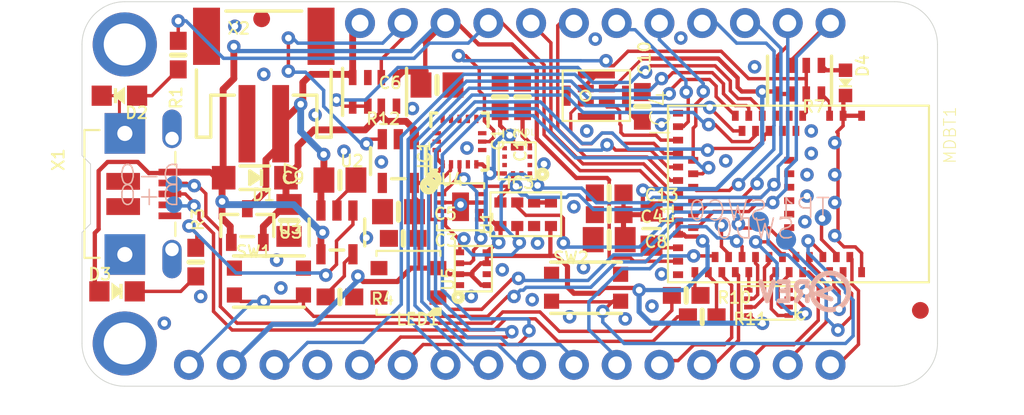
<source format=kicad_pcb>
(kicad_pcb (version 20211014) (generator pcbnew)
  (layers (0 "F.Cu" signal) (1 "In1.Cu" signal) (2 "In2.Cu" signal) (31 "B.Cu" signal) (34 "B.Paste" user) (35 "F.Paste" user) (36 "B.SilkS" user "B.Silkscreen") (37 "F.SilkS" user "F.Silkscreen") (38 "B.Mask" user) (39 "F.Mask" user) (44 "Edge.Cuts" user))
  (net 0 "")
  (net 1 "GND")
  (net 2 "VBUS")
  (net 3 "SWDIO")
  (net 4 "SWCLK")
  (net 5 "AREF")
  (net 6 "3.3V")
  (net 7 "RESET")
  (net 8 "VBAT")
  (net 9 "N$1")
  (net 10 "N$11")
  (net 11 "N$12")
  (net 12 "EN")
  (net 13 "USBD+")
  (net 14 "USBD-")
  (net 15 "VHI")
  (net 16 "TXD")
  (net 17 "RXD")
  (net 18 "SDA")
  (net 19 "SCL")
  (net 20 "LED2")
  (net 21 "A0")
  (net 22 "A1")
  (net 23 "A2")
  (net 24 "A3")
  (net 25 "A4")
  (net 26 "A5")
  (net 27 "VDIV")
  (net 28 "QSPI_SCK")
  (net 29 "QSPI_DATA1")
  (net 30 "QSPI_DATA2")
  (net 31 "SCK")
  (net 32 "MOSI")
  (net 33 "MISO")
  (net 34 "QSPI_DATA3")
  (net 35 "QSPI_CS")
  (net 36 "QSPI_DATA0")
  (net 37 "NEOPIX")
  (net 38 "D+")
  (net 39 "D-")
  (net 40 "DCCH")
  (net 41 "D5")
  (net 42 "D6")
  (net 43 "D9")
  (net 44 "D10")
  (net 45 "D13")
  (net 46 "D11")
  (net 47 "D12")
  (net 48 "SWITCH")
  (net 49 "D2")
  (net 50 "N$5")
  (net 51 "NFC2")
  (net 52 "CAP1")
  (net 53 "N$2")
  (net 54 "PDM_DAT")
  (net 55 "PDM_CLK")
  (net 56 "APDS_IRQ")
  (net 57 "N$3")
  (net 58 "D3")
  (footprint "boardEagle:SOD-123" (layer "F.Cu") (at 133.3627 104.0384 180)
    (fp_text reference "D1")
    (fp_text value "MBR054")
  )
  (footprint "boardEagle:FIDUCIAL_1MM" (layer "F.Cu") (at 172.8851 111.9251)
    (fp_text reference "FID2" hide)
    (fp_text value "FIDUCIAL_1MM" hide)
  )
  (footprint "boardEagle:BTN_KMR2_4.6X2.8" (layer "F.Cu") (at 134.2009 110.2106)
    (fp_text reference "SW1")
    (fp_text value "KMR2")
  )
  (footprint "boardEagle:CHIPLED_0805_NOOUTLINE" (layer "F.Cu") (at 125.1839 110.7948 -90)
    (fp_text reference "D3")
    (fp_text value "ORANGE")
  )
  (footprint "boardEagle:BTN_KMR2_4.6X2.8" (layer "F.Cu") (at 153.035 110.5789)
    (fp_text reference "SW2")
    (fp_text value "KMR2")
  )
  (footprint "boardEagle:SOT23-5" (layer "F.Cu") (at 138.2395 107.2896 180)
    (fp_text reference "U3")
    (fp_text value "MCP73831T-2ACI/OT")
  )
  (footprint "boardEagle:USON8" (layer "F.Cu") (at 163.8681 111.4806 180)
    (fp_text reference "IC2" hide)
    (fp_text value "GD25Q16" hide)
  )
  (footprint "boardEagle:FEATHERWING_NODIM" (layer "F.Cu") (at 123.1011 116.4336)
    (fp_text reference "MS1" hide)
    (fp_text value "FEATHERWING_NODIM" hide)
  )
  (footprint "boardEagle:0805-NO" (layer "F.Cu") (at 138.4173 104.1781 180)
    (fp_text reference "C9")
    (fp_text value "10uF")
  )
  (footprint "boardEagle:0603-NO" (layer "F.Cu") (at 159.9311 112.3061)
    (fp_text reference "R11")
    (fp_text value "22")
  )
  (footprint "boardEagle:SOT23-R" (layer "F.Cu") (at 132.9182 106.8832)
    (fp_text reference "Q3")
    (fp_text value "DMG2305")
  )
  (footprint "boardEagle:0603-NO" (layer "F.Cu") (at 147.9296 99.2251 -90)
    (fp_text reference "C1")
    (fp_text value "0.1uF")
  )
  (footprint "boardEagle:0603-NO" (layer "F.Cu") (at 138.4173 111.125)
    (fp_text reference "R4")
    (fp_text value "4.7K")
  )
  (footprint "boardEagle:SOT23-5" (layer "F.Cu") (at 141.8844 103.0478 180)
    (fp_text reference "U2")
    (fp_text value "AP2112(3.3V)")
  )
  (footprint "boardEagle:0805-NO" (layer "F.Cu") (at 141.8971 106.0577)
    (fp_text reference "C5")
    (fp_text value "10uF")
  )
  (footprint "boardEagle:CHIPLED_0805_NOOUTLINE" (layer "F.Cu") (at 125.3236 99.1616 90)
    (fp_text reference "D2")
    (fp_text value "RED")
  )
  (footprint "boardEagle:JSTPH2" (layer "F.Cu") (at 133.8961 97.1296)
    (fp_text reference "X2")
    (fp_text value "CON_JST_PH_2PIN_MTPH2")
  )
  (footprint "boardEagle:0603-NO" (layer "F.Cu") (at 149.2631 99.2251 -90)
    (fp_text reference "C12")
    (fp_text value "0.1uF")
  )
  (footprint "boardEagle:0603-NO" (layer "F.Cu") (at 142.1765 107.6452)
    (fp_text reference "C3")
    (fp_text value "0.1uF")
  )
  (footprint "boardEagle:4UCONN_20329_V2" (layer "F.Cu") (at 127.5461 105.0036 -90)
    (fp_text reference "X1")
    (fp_text value "4u20329")
  )
  (footprint "boardEagle:0603-NO" (layer "F.Cu") (at 154.4066 104.9401)
    (fp_text reference "C13")
    (fp_text value "0.1uF")
  )
  (footprint "boardEagle:SPK0415HM4H" (layer "F.Cu") (at 153.6446 99.1616 90)
    (fp_text reference "IC4")
    (fp_text value "MIC_PDM")
  )
  (footprint "boardEagle:0603-NO" (layer "F.Cu") (at 129.8575 109.0549 90)
    (fp_text reference "R3")
    (fp_text value "1K")
  )
  (footprint "boardEagle:0603-NO" (layer "F.Cu") (at 158.9786 111.0361)
    (fp_text reference "R10")
    (fp_text value "22")
  )
  (footprint "boardEagle:0805-NO" (layer "F.Cu") (at 135.3947 106.5784 90)
    (fp_text reference "C7")
    (fp_text value "10uF")
  )
  (footprint "boardEagle:FIDUCIAL_1MM" (layer "F.Cu") (at 133.7691 94.5896)
    (fp_text reference "FID1" hide)
    (fp_text value "FIDUCIAL_1MM" hide)
  )
  (footprint "boardEagle:0805-NO" (layer "F.Cu") (at 154.4066 107.7214)
    (fp_text reference "C8")
    (fp_text value "10uF")
  )
  (footprint "boardEagle:FEATHERSENSE_TOP" (layer "F.Cu") (at 123.1011 116.4336)
    (fp_text reference "U$14" hide)
    (fp_text value "" hide)
  )
  (footprint "boardEagle:SHT3X" (layer "F.Cu") (at 145.5801 105.7656)
    (fp_text reference "U4")
    (fp_text value "SHT30")
  )
  (footprint "boardEagle:0603-NO" (layer "F.Cu") (at 128.8161 96.7486 -90)
    (fp_text reference "R1")
    (fp_text value "2.2K")
  )
  (footprint "boardEagle:LGA12_2X2MM" (layer "F.Cu") (at 148.9456 103.0351 180)
    (fp_text reference "IC3")
    (fp_text value "LIS3MDL")
  )
  (footprint "boardEagle:_0805MP" (layer "F.Cu") (at 156.9212 107.061 -90)
    (fp_text reference "L1")
    (fp_text value "DNP")
  )
  (footprint "boardEagle:LGA16_3X3MM" (layer "F.Cu") (at 145.5166 101.8921 90)
    (fp_text reference "IC1")
    (fp_text value "LSM6DS33")
  )
  (footprint "boardEagle:APDS-9960" (layer "F.Cu") (at 149.4536 106.2101 90)
    (fp_text reference "U1")
    (fp_text value "APDS-9960")
  )
  (footprint "boardEagle:RESPACK_4X0603" (layer "F.Cu") (at 140.4747 98.933 180)
    (fp_text reference "R12")
    (fp_text value "100K")
  )
  (footprint "boardEagle:RESPACK_4X0603" (layer "F.Cu") (at 165.7096 98.2091 180)
    (fp_text reference "R7")
    (fp_text value "4.7K")
  )
  (footprint "boardEagle:0603-NO" (layer "F.Cu") (at 154.4066 106.2355)
    (fp_text reference "C4")
    (fp_text value "1uF")
  )
  (footprint "boardEagle:0603-NO" (layer "F.Cu") (at 156.3751 99.7966 90)
    (fp_text reference "C10")
    (fp_text value "0.1uF")
  )
  (footprint "boardEagle:CHIPLED_0603_NOOUTLINE" (layer "F.Cu") (at 168.4401 98.3996 180)
    (fp_text reference "D4")
    (fp_text value "BLUE")
  )
  (footprint "boardEagle:0805-NO" (layer "F.Cu") (at 144.1831 98.5266 180)
    (fp_text reference "C6")
    (fp_text value "10uF")
  )
  (footprint "boardEagle:MDBT50" (layer "F.Cu") (at 165.6461 105.0036 -90)
    (fp_text reference "MDBT1")
    (fp_text value "MDBT50")
  )
  (footprint "boardEagle:LED3535" (layer "F.Cu") (at 142.4879 110.2884 180)
    (fp_text reference "LED1")
    (fp_text value "WS2812B3535")
  )
  (footprint "boardEagle:BMP280" (layer "F.Cu") (at 146.3421 109.4486 180)
    (fp_text reference "U5")
    (fp_text value "BMP280")
  )
  (footprint "boardEagle:TP12R" (layer "B.Cu") (at 163.2966 106.6546 180)
    (fp_text reference "SWC0")
    (fp_text value "TPTP12R")
  )
  (footprint "boardEagle:TP12R" (layer "B.Cu") (at 164.9095 107.7214 180)
    (fp_text reference "SWD0")
    (fp_text value "TPTP12R")
  )
  (footprint "boardEagle:TP10R" (layer "B.Cu") (at 167.1066 106.4006 180)
    (fp_text reference "TP1")
    (fp_text value "TPTP10R")
  )
  (footprint "boardEagle:PCBFEAT-REV-056" (layer "B.Cu") (at 167.5328 110.7968 180)
    (fp_text reference "U$10" hide)
    (fp_text value "" hide)
  )
  (footprint "boardEagle:TP10R" (layer "B.Cu") (at 128.5621 104.4321 180)
    (fp_text reference "D-0")
    (fp_text value "TPTP10R")
  )
  (footprint "boardEagle:FEATHERSENSE_BOT" (layer "B.Cu") (at 173.9011 116.4336 180)
    (fp_text reference "U$75" hide)
    (fp_text value "" hide)
  )
  (footprint "boardEagle:TP10R" (layer "B.Cu") (at 128.5621 105.6386 180)
    (fp_text reference "D+0")
    (fp_text value "TPTP10R")
  )
  (gr_line (start 173.9011 96.1136) (end 173.9011 113.8936) (layer "Edge.Cuts") (width 0.05))
  (gr_line (start 123.1011 102.7176) (end 123.1011 96.1136) (layer "Edge.Cuts") (width 0.05))
  (gr_line (start 171.3611 116.4336) (end 125.6411 116.4336) (layer "Edge.Cuts") (width 0.05))
  (gr_arc (start 125.6411 116.4336) (mid 123.845049 115.689651) (end 123.1011 113.8936) (layer "Edge.Cuts") (width 0.05))
  (gr_line (start 123.6091 106.7816) (end 123.6091 103.2256) (layer "Edge.Cuts") (width 0.05))
  (gr_line (start 123.1011 113.8936) (end 123.1011 107.2896) (layer "Edge.Cuts") (width 0.05))
  (gr_arc (start 173.9011 113.8936) (mid 173.157151 115.689651) (end 171.3611 116.4336) (layer "Edge.Cuts") (width 0.05))
  (gr_line (start 123.6091 103.2256) (end 123.1011 102.7176) (layer "Edge.Cuts") (width 0.05))
  (gr_arc (start 171.3611 93.5736) (mid 173.157151 94.317549) (end 173.9011 96.1136) (layer "Edge.Cuts") (width 0.05))
  (gr_arc (start 123.1011 96.1136) (mid 123.845049 94.317549) (end 125.6411 93.5736) (layer "Edge.Cuts") (width 0.05))
  (gr_line (start 125.6411 93.5736) (end 171.3611 93.5736) (layer "Edge.Cuts") (width 0.05))
  (gr_line (start 123.1011 107.2896) (end 123.6091 106.7816) (layer "Edge.Cuts") (width 0.05))
  (segment (start 168.2961 100.3536) (end 168.2961 100.9566) (width 0.2032) (layer "F.Cu") (net 1))
  (segment (start 139.3673 104.3051) (end 138.2395 105.4329) (width 0.2032) (layer "F.Cu") (net 1))
  (segment (start 155.3946 99.1616) (end 155.4861 99.2531) (width 0.254) (layer "F.Cu") (net 1))
  (segment (start 125.3236 101.0811) (end 125.6461 101.4036) (width 0.1778) (layer "F.Cu") (net 1))
  (segment (start 167.9321 101.3206) (end 168.2961 100.9566) (width 0.2032) (layer "F.Cu") (net 1))
  (segment (start 167.9956 107.7976) (end 167.9956 101.3841) (width 0.2032) (layer "F.Cu") (net 1))
  (segment (start 145.8301 105.5156) (end 145.5801 105.7656) (width 0.254) (layer "F.Cu") (net 1))
  (segment (start 169.02235 108.1488) (end 168.3468 108.1488) (width 0.2032) (layer "F.Cu") (net 1))
  (segment (start 155.4861 100.0506) (end 156.0821 100.6466) (width 0.254) (layer "F.Cu") (net 1))
  (segment (start 138.2395 105.9895) (end 138.2395 105.4329) (width 0.2032) (layer "F.Cu") (net 1))
  (segment (start 153.0196 98.7366) (end 153.0196 98.5366) (width 0.254) (layer "F.Cu") (net 1))
  (segment (start 125.3236 99.1616) (end 125.3236 101.0811) (width 0.1778) (layer "F.Cu") (net 1))
  (segment (start 155.4861 99.2531) (end 155.4861 100.0506) (width 0.254) (layer "F.Cu") (net 1))
  (segment (start 146.7301 105.5156) (end 145.8301 105.5156) (width 0.254) (layer "F.Cu") (net 1))
  (segment (start 168.3131 99.2766) (end 168.3131 100.3536) (width 0.254) (layer "F.Cu") (net 1))
  (segment (start 168.3468 108.1488) (end 167.9956 107.7976) (width 0.2032) (layer "F.Cu") (net 1))
  (segment (start 169.3961 109.6536) (end 169.3961 108.52255) (width 0.2032) (layer "F.Cu") (net 1))
  (segment (start 169.3961 108.52255) (end 169.02235 108.1488) (width 0.2032) (layer "F.Cu") (net 1))
  (segment (start 124.2736 99.1616) (end 125.3236 99.1616) (width 0.1778) (layer "F.Cu") (net 1))
  (segment (start 153.0196 98.5366) (end 153.6446 97.9116) (width 0.254) (layer "F.Cu") (net 1))
  (segment (start 156.0821 100.6466) (end 156.3751 100.6466) (width 0.254) (layer "F.Cu") (net 1))
  (segment (start 167.9956 101.3841) (end 167.9321 101.3206) (width 0.2032) (layer "F.Cu") (net 1))
  (segment (start 139.3673 104.1781) (end 139.3673 104.3051) (width 0.2032) (layer "F.Cu") (net 1))
  (segment (start 168.4401 99.1496) (end 168.3131 99.2766) (width 0.254) (layer "F.Cu") (net 1))
  (segment (start 168.3131 100.3536) (end 168.2961 100.3536) (width 0.254) (layer "F.Cu") (net 1))
  (segment (start 169.3961 100.3536) (end 168.3131 100.3536) (width 0.254) (layer "F.Cu") (net 1))
  (segment (start 145.5801 105.6386) (end 145.5801 105.7656) (width 0.254) (layer "F.Cu") (net 1))
  (segment (start 145.3301 105.5156) (end 145.5801 105.7656) (width 0.2032) (layer "F.Cu") (net 1))
  (segment (start 144.4301 105.5156) (end 145.3301 105.5156) (width 0.2032) (layer "F.Cu") (net 1))
  (via (at 157.5181 100.8761) (size 0.8001) (drill 0.3937) (layers "F.Cu" "B.Cu") (net 1))
  (via (at 139.9921 107.6071) (size 0.8001) (drill 0.3937) (layers "F.Cu" "B.Cu") (net 1))
  (via (at 145.9611 102.2731) (size 0.8001) (drill 0.3937) (layers "F.Cu" "B.Cu") (net 1))
  (via (at 150.1521 107.9246) (size 0.8001) (drill 0.3937) (layers "F.Cu" "B.Cu") (net 1))
  (via (at 153.5811 95.7961) (size 0.8001) (drill 0.3937) (layers "F.Cu" "B.Cu") (net 1))
  (via (at 167.8051 105.5116) (size 0.8001) (drill 0.3937) (layers "F.Cu" "B.Cu") (net 1))
  (via (at 150.5331 103.2256) (size 0.8001) (drill 0.3937) (layers "F.Cu" "B.Cu") (net 1))
  (via (at 155.3591 112.4331) (size 0.8001) (drill 0.3937) (layers "F.Cu" "B.Cu") (net 1))
  (via (at 145.5801 105.6386) (size 0.8001) (drill 0.3937) (layers "F.Cu" "B.Cu") (net 1))
  (via (at 167.8051 107.4801) (size 0.8001) (drill 0.3937) (layers "F.Cu" "B.Cu") (net 1))
  (via (at 161.3281 103.0351) (size 0.8001) (drill 0.3937) (layers "F.Cu" "B.Cu") (net 1))
  (via (at 166.4081 101.2571) (size 0.8001) (drill 0.3937) (layers "F.Cu" "B.Cu") (net 1))
  (via (at 149.8346 111.2901) (size 0.8001) (drill 0.3937) (layers "F.Cu" "B.Cu") (net 1))
  (via (at 152.3111 105.7656) (size 0.8001) (drill 0.3937) (layers "F.Cu" "B.Cu") (net 1))
  (via (at 153.0731 101.2571) (size 0.8001) (drill 0.3937) (layers "F.Cu" "B.Cu") (net 1))
  (via (at 134.9121 110.5916) (size 0.8001) (drill 0.3937) (layers "F.Cu" "B.Cu") (net 1))
  (via (at 152.0571 112.3061) (size 0.8001) (drill 0.3937) (layers "F.Cu" "B.Cu") (net 1))
  (via (at 166.0271 106.6546) (size 0.8001) (drill 0.3937) (layers "F.Cu" "B.Cu") (net 1))
  (via (at 140.8811 103.0986) (size 0.8001) (drill 0.3937) (layers "F.Cu" "B.Cu") (net 1))
  (via (at 138.6586 102.4636) (size 0.8001) (drill 0.3937) (layers "F.Cu" "B.Cu") (net 1))
  (via (at 156.9466 111.6711) (size 0.8001) (drill 0.3937) (layers "F.Cu" "B.Cu") (net 1))
  (via (at 142.7226 99.9236) (size 0.8001) (drill 0.3937) (layers "F.Cu" "B.Cu") (net 1))
  (via (at 167.8051 101.9556) (size 0.8001) (drill 0.3937) (layers "F.Cu" "B.Cu") (net 1))
  (via (at 136.9441 100.3046) (size 0.8001) (drill 0.3937) (layers "F.Cu" "B.Cu") (net 1))
  (via (at 146.2151 111.0996) (size 0.8001) (drill 0.3937) (layers "F.Cu" "B.Cu") (net 1))
  (via (at 133.8961 97.8916) (size 0.8001) (drill 0.3937) (layers "F.Cu" "B.Cu") (net 1))
  (via (at 166.4081 102.5906) (size 0.8001) (drill 0.3937) (layers "F.Cu" "B.Cu") (net 1))
  (via (at 166.0906 110.7821) (size 0.8001) (drill 0.3937) (layers "F.Cu" "B.Cu") (net 1))
  (via (at 132.1816 95.0341) (size 0.8001) (drill 0.3937) (layers "F.Cu" "B.Cu") (net 1))
  (via (at 166.1541 103.8606) (size 0.8001) (drill 0.3937) (layers "F.Cu" "B.Cu") (net 1))
  (via (at 152.8826 109.3851) (size 0.8001) (drill 0.3937) (layers "F.Cu" "B.Cu") (net 1))
  (via (at 130.1496 111.0996) (size 0.8001) (drill 0.3937) (layers "F.Cu" "B.Cu") (net 1))
  (via (at 167.8051 103.8606) (size 0.8001) (drill 0.3937) (layers "F.Cu" "B.Cu") (net 1))
  (via (at 127.9906 112.6871) (size 0.8001) (drill 0.3937) (layers "F.Cu" "B.Cu") (net 1))
  (via (at 163.0426 97.4471) (size 0.8001) (drill 0.3937) (layers "F.Cu" "B.Cu") (net 1))
  (via (at 134.6581 108.9406) (size 0.8001) (drill 0.3937) (layers "F.Cu" "B.Cu") (net 1))
  (via (at 166.1541 105.1306) (size 0.8001) (drill 0.3937) (layers "F.Cu" "B.Cu") (net 1))
  (via (at 148.0566 109.5121) (size 0.8001) (drill 0.3937) (layers "F.Cu" "B.Cu") (net 1))
  (via (at 158.6611 95.7326) (size 0.8001) (drill 0.3937) (layers "F.Cu" "B.Cu") (net 1))
  (via (at 157.5181 109.7661) (size 0.8001) (drill 0.3937) (layers "F.Cu" "B.Cu") (net 1))
  (segment (start 124.6251 103.0986) (end 126.4031 103.0986) (width 0.254) (layer "F.Cu") (net 2))
  (segment (start 145.4556 94.9096) (end 144.6911 94.9096) (width 0.2032) (layer "F.Cu") (net 2))
  (segment (start 131.4196 103.9453) (end 131.4196 105.4481) (width 0.4064) (layer "F.Cu") (net 2))
  (segment (start 137.3886 107.2896) (end 137.2895 107.2896) (width 0.4064) (layer "F.Cu") (net 2))
  (segment (start 154.4066 108.8136) (end 154.4066 104.1781) (width 0.2032) (layer "F.Cu") (net 2))
  (segment (start 127.0637 103.7592) (end 127.838375 103.7592) (width 0.254) (layer "F.Cu") (net 2))
  (segment (start 150.10765 97.59315) (end 150.10765 101.706025) (width 0.254) (layer "F.Cu") (net 2))
  (segment (start 158.4961 109.0036) (end 155.8666 109.0036) (width 0.2032) (layer "F.Cu") (net 2))
  (segment (start 131.0047 104.0384) (end 131.5127 104.0384) (width 0.254) (layer "F.Cu") (net 2))
  (segment (start 131.5127 104.0384) (end 131.4831 104.0088) (width 0.4064) (layer "F.Cu") (net 2))
  (segment (start 124.0889 107.094619) (end 123.8631 107.320419) (width 0.254) (layer "F.Cu") (net 2))
  (segment (start 132.1181 96.2406) (end 132.1181 98.1456) (width 0.4064) (layer "F.Cu") (net 2))
  (segment (start 131.4831 104.0088) (end 131.4196 103.9453) (width 0.4064) (layer "F.Cu") (net 2))
  (segment (start 150.10765 101.706025) (end 152.452725 104.0511) (width 0.254) (layer "F.Cu") (net 2))
  (segment (start 144.6911 94.8436) (end 144.5666 94.8436) (width 0.4064) (layer "F.Cu") (net 2))
  (segment (start 142.1541 97.7036) (end 143.4846 97.7036) (width 0.4064) (layer "F.Cu") (net 2))
  (segment (start 123.8631 110.524) (end 123.8631 107.320419) (width 0.254) (layer "F.Cu") (net 2))
  (segment (start 126.4031 103.0986) (end 127.0637 103.7592) (width 0.254) (layer "F.Cu") (net 2))
  (segment (start 124.0889 103.6348) (end 124.0889 107.094619) (width 0.254) (layer "F.Cu") (net 2))
  (segment (start 152.452725 104.0511) (end 154.2796 104.0511) (width 0.254) (layer "F.Cu") (net 2))
  (segment (start 131.4831 104.0088) (end 131.4831 98.7806) (width 0.4064) (layer "F.Cu") (net 2))
  (segment (start 144.5666 94.8436) (end 143.4846 95.9256) (width 0.4064) (layer "F.Cu") (net 2))
  (segment (start 143.4846 97.7036) (end 143.4846 95.9256) (width 0.254) (layer "F.Cu") (net 2))
  (segment (start 130.6699 103.7036) (end 128.3211 103.7036) (width 0.4064) (layer "F.Cu") (net 2))
  (segment (start 127.838375 103.7592) (end 127.893975 103.7036) (width 0.254) (layer "F.Cu") (net 2))
  (segment (start 124.0889 103.6348) (end 124.6251 103.0986) (width 0.254) (layer "F.Cu") (net 2))
  (segment (start 155.6766 108.8136) (end 154.4066 108.8136) (width 0.2032) (layer "F.Cu") (net 2))
  (segment (start 131.9047 106.9307) (end 131.9047 107.8197) (width 0.4064) (layer "F.Cu") (net 2))
  (segment (start 146.6596 96.1136) (end 145.4556 94.9096) (width 0.254) (layer "F.Cu") (net 2))
  (segment (start 131.4196 105.4481) (end 131.4196 106.4456) (width 0.4064) (layer "F.Cu") (net 2))
  (segment (start 154.2796 104.0511) (end 154.4066 104.1781) (width 0.254) (layer "F.Cu") (net 2))
  (segment (start 144.6911 94.9096) (end 144.6911 94.8436) (width 0.254) (layer "F.Cu") (net 2))
  (segment (start 131.0047 104.0384) (end 130.6699 103.7036) (width 0.254) (layer "F.Cu") (net 2))
  (segment (start 143.2331 98.5266) (end 143.4846 98.275104) (width 0.254) (layer "F.Cu") (net 2))
  (segment (start 132.1181 98.1456) (end 131.4831 98.7806) (width 0.4064) (layer "F.Cu") (net 2))
  (segment (start 131.9047 106.9307) (end 131.4196 106.4456) (width 0.4064) (layer "F.Cu") (net 2))
  (segment (start 131.9682 107.8832) (end 131.9047 107.8197) (width 0.4064) (layer "F.Cu") (net 2))
  (segment (start 124.1339 110.7948) (end 123.8631 110.524) (width 0.254) (layer "F.Cu") (net 2))
  (segment (start 146.6596 96.1136) (end 148.6281 96.1136) (width 0.254) (layer "F.Cu") (net 2))
  (segment (start 141.7747 98.083) (end 142.1541 97.7036) (width 0.4064) (layer "F.Cu") (net 2))
  (segment (start 155.8666 109.0036) (end 155.6766 108.8136) (width 0.2032) (layer "F.Cu") (net 2))
  (segment (start 137.2895 108.5897) (end 137.2895 107.2896) (width 0.4064) (layer "F.Cu") (net 2))
  (segment (start 127.893975 103.7036) (end 128.3211 103.7036) (width 0.254) (layer "F.Cu") (net 2))
  (segment (start 148.6281 96.1136) (end 150.10765 97.59315) (width 0.254) (layer "F.Cu") (net 2))
  (segment (start 143.4846 98.275104) (end 143.4846 97.7036) (width 0.254) (layer "F.Cu") (net 2))
  (via (at 137.3886 107.2896) (size 0.8001) (drill 0.3937) (layers "F.Cu" "B.Cu") (net 2))
  (via (at 131.4196 105.4481) (size 0.8001) (drill 0.3937) (layers "F.Cu" "B.Cu") (net 2))
  (via (at 132.1181 96.2406) (size 0.8001) (drill 0.3937) (layers "F.Cu" "B.Cu") (net 2))
  (segment (start 144.3101 94.8436) (end 142.6464 96.5073) (width 0.254) (layer "B.Cu") (net 2))
  (segment (start 135.6741 105.6386) (end 131.6101 105.6386) (width 0.4064) (layer "B.Cu") (net 2))
  (segment (start 137.3886 107.3531) (end 135.6741 105.6386) (width 0.4064) (layer "B.Cu") (net 2))
  (segment (start 144.6911 94.8436) (end 144.3101 94.8436) (width 0.254) (layer "B.Cu") (net 2))
  (segment (start 131.6101 105.6386) (end 131.4196 105.4481) (width 0.4064) (layer "B.Cu") (net 2))
  (segment (start 142.6464 96.5073) (end 132.3848 96.5073) (width 0.254) (layer "B.Cu") (net 2))
  (segment (start 137.3886 107.2896) (end 137.3886 107.3531) (width 0.4064) (layer "B.Cu") (net 2))
  (segment (start 132.3848 96.5073) (end 132.1181 96.2406) (width 0.254) (layer "B.Cu") (net 2))
  (segment (start 167.4961 109.6536) (end 167.7501 109.9076) (width 0.2032) (layer "F.Cu") (net 3))
  (segment (start 168.0591 110.7821) (end 167.7501 110.4731) (width 0.2032) (layer "F.Cu") (net 3))
  (segment (start 168.0591 110.7821) (end 168.0591 111.8616) (width 0.2032) (layer "F.Cu") (net 3))
  (segment (start 167.7501 109.9076) (end 167.7501 110.4731) (width 0.2032) (layer "F.Cu") (net 3))
  (via (at 168.0591 111.8616) (size 0.8001) (drill 0.3937) (layers "F.Cu" "B.Cu") (net 3))
  (segment (start 168.0591 111.8616) (end 168.0591 111.096363) (width 0.2032) (layer "B.Cu") (net 3))
  (segment (start 164.9095 107.7214) (end 164.9095 107.946763) (width 0.2032) (layer "B.Cu") (net 3))
  (segment (start 168.0591 111.096363) (end 164.9095 107.946763) (width 0.2032) (layer "B.Cu") (net 3))
  (segment (start 168.2961 109.6536) (end 168.2961 110.4156) (width 0.2032) (layer "F.Cu") (net 4))
  (segment (start 168.8041 112.281482) (end 167.98955 113.096032) (width 0.2032) (layer "F.Cu") (net 4))
  (segment (start 168.8041 110.9236) (end 168.8041 112.281482) (width 0.2032) (layer "F.Cu") (net 4))
  (segment (start 168.8041 110.9236) (end 168.2961 110.4156) (width 0.2032) (layer "F.Cu") (net 4))
  (via (at 167.98955 113.096032) (size 0.8001) (drill 0.3937) (layers "F.Cu" "B.Cu") (net 4))
  (segment (start 167.29105 112.397532) (end 167.98955 113.096032) (width 0.2032) (layer "B.Cu") (net 4))
  (segment (start 165.0142 108.6262) (end 167.29105 110.90305) (width 0.2032) (layer "B.Cu") (net 4))
  (segment (start 163.8427 107.2007) (end 163.8427 107.965888) (width 0.2032) (layer "B.Cu") (net 4))
  (segment (start 164.534718 108.6262) (end 165.0142 108.6262) (width 0.2032) (layer "B.Cu") (net 4))
  (segment (start 163.8427 107.965888) (end 163.874406 107.965888) (width 0.2032) (layer "B.Cu") (net 4))
  (segment (start 167.29105 110.90305) (end 167.29105 112.397532) (width 0.2032) (layer "B.Cu") (net 4))
  (segment (start 163.874406 107.965888) (end 164.534718 108.6262) (width 0.2032) (layer "B.Cu") (net 4))
  (segment (start 163.8427 107.2007) (end 163.2966 106.6546) (width 0.2032) (layer "B.Cu") (net 4))
  (segment (start 161.8996 99.7488) (end 162.5503 99.7488) (width 0.2032) (layer "F.Cu") (net 5))
  (segment (start 156.8831 98.7806) (end 157.5181 98.1456) (width 0.2032) (layer "F.Cu") (net 5))
  (segment (start 160.531937 97.7907) (end 161.1944 98.453163) (width 0.2032) (layer "F.Cu") (net 5))
  (segment (start 157.831568 98.1456) (end 157.5181 98.1456) (width 0.2032) (layer "F.Cu") (net 5))
  (segment (start 156.8831 98.7806) (end 156.5411 98.7806) (width 0.2032) (layer "F.Cu") (net 5))
  (segment (start 161.1944 99.0436) (end 161.8996 99.7488) (width 0.2032) (layer "F.Cu") (net 5))
  (segment (start 156.3751 98.9466) (end 156.5411 98.7806) (width 0.2032) (layer "F.Cu") (net 5))
  (segment (start 160.531937 97.7907) (end 158.186468 97.7907) (width 0.2032) (layer "F.Cu") (net 5))
  (segment (start 162.6961 99.8946) (end 162.5503 99.7488) (width 0.2032) (layer "F.Cu") (net 5))
  (segment (start 158.186468 97.7907) (end 157.831568 98.1456) (width 0.2032) (layer "F.Cu") (net 5))
  (segment (start 162.6961 99.8946) (end 162.6961 100.3536) (width 0.2032) (layer "F.Cu") (net 5))
  (segment (start 161.1944 98.453163) (end 161.1944 99.0436) (width 0.2032) (layer "F.Cu") (net 5))
  (via (at 157.5181 98.1456) (size 0.8001) (drill 0.3937) (layers "F.Cu" "B.Cu") (net 5))
  (segment (start 153.3271 98.8441) (end 152.3746 97.8916) (width 0.2032) (layer "B.Cu") (net 5))
  (segment (start 156.8196 98.8441) (end 153.3271 98.8441) (width 0.2032) (layer "B.Cu") (net 5))
  (segment (start 157.5181 98.1456) (end 156.8196 98.8441) (width 0.2032) (layer "B.Cu") (net 5))
  (segment (start 135.1661 115.1636) (end 134.5311 115.1636) (width 0.2032) (layer "B.Cu") (net 5))
  (segment (start 145.7706 97.8916) (end 142.0622 101.6) (width 0.2032) (layer "B.Cu") (net 5))
  (segment (start 152.3746 97.8916) (end 145.7706 97.8916) (width 0.2032) (layer "B.Cu") (net 5))
  (segment (start 136.4996 113.8301) (end 135.1661 115.1636) (width 0.2032) (layer "B.Cu") (net 5))
  (segment (start 139.8016 113.8301) (end 136.4996 113.8301) (width 0.2032) (layer "B.Cu") (net 5))
  (segment (start 142.0622 111.5695) (end 139.8016 113.8301) (width 0.2032) (layer "B.Cu") (net 5))
  (segment (start 142.0622 101.6) (end 142.0622 111.5695) (width 0.2032) (layer "B.Cu") (net 5))
  (segment (start 147.329868 103.705366) (end 146.8666 103.2421) (width 0.254) (layer "F.Cu") (net 6))
  (segment (start 144.1666 102.8921) (end 144.1666 102.3921) (width 0.254) (layer "F.Cu") (net 6))
  (segment (start 143.0265 107.6452) (end 143.1671 107.7858) (width 0.3048) (layer "F.Cu") (net 6))
  (segment (start 163.132431 112.694932) (end 162.6681 112.2306) (width 0.3048) (layer "F.Cu") (net 6))
  (segment (start 144.2379 109.4134) (end 144.5289 109.4134) (width 0.254) (layer "F.Cu") (net 6))
  (segment (start 151.9301 109.3216) (end 151.9301 110.5281) (width 0.3048) (layer "F.Cu") (net 6))
  (segment (start 153.7716 110.9091) (end 154.089693 110.591007) (width 0.3048) (layer "F.Cu") (net 6))
  (segment (start 142.8471 106.0577) (end 142.8471 107.4658) (width 0.3048) (layer "F.Cu") (net 6))
  (segment (start 147.1421 108.6866) (end 147.1421 108.4736) (width 0.254) (layer "F.Cu") (net 6))
  (segment (start 154.089693 110.591007) (end 156.057006 110.591007) (width 0.254) (layer "F.Cu") (net 6))
  (segment (start 143.0265 107.6452) (end 142.8471 107.4658) (width 0.3048) (layer "F.Cu") (net 6))
  (segment (start 146.2861 109.6316) (end 146.2861 109.7736) (width 0.254) (layer "F.Cu") (net 6))
  (segment (start 144.8891 109.7736) (end 145.5421 109.7736) (width 0.254) (layer "F.Cu") (net 6))
  (segment (start 139.4841 109.8931) (end 139.8016 110.2106) (width 0.3048) (layer "F.Cu") (net 6))
  (segment (start 164.4096 99.0591) (end 164.2611 98.9106) (width 0.254) (layer "F.Cu") (net 6))
  (segment (start 148.5011 101.5111) (end 147.9296 100.9396) (width 0.254) (layer "F.Cu") (net 6))
  (segment (start 146.1591 109.7736) (end 146.2861 109.7736) (width 0.254) (layer "F.Cu") (net 6))
  (segment (start 147.1421 108.4736) (end 147.72285 107.89285) (width 0.254) (layer "F.Cu") (net 6))
  (segment (start 148.6956 102.2851) (end 148.6956 101.7771) (width 0.254) (layer "F.Cu") (net 6))
  (segment (start 151.2897 108.6812) (end 150.9141 108.6812) (width 0.254) (layer "F.Cu") (net 6))
  (segment (start 150.9486 106.9101) (end 150.9141 106.9446) (width 0.254) (layer "F.Cu") (net 6))
  (segment (start 144.5289 109.4134) (end 144.8891 109.7736) (width 0.254) (layer "F.Cu") (net 6))
  (segment (start 151.9301 109.3216) (end 151.2897 108.6812) (width 0.254) (layer "F.Cu") (net 6))
  (segment (start 160.879137 96.9525) (end 156.3617 96.9525) (width 0.254) (layer "F.Cu") (net 6))
  (segment (start 147.956743 107.76585) (end 147.84985 107.76585) (width 0.254) (layer "F.Cu") (net 6))
  (segment (start 158.4961 106.6036) (end 158.4961 107.4036) (width 0.3048) (layer "F.Cu") (net 6))
  (segment (start 143.5688 104.3479) (end 142.8344 104.3479) (width 0.254) (layer "F.Cu") (net 6))
  (segment (start 147.72285 107.89285) (end 147.84985 107.76585) (width 0.254) (layer "F.Cu") (net 6))
  (segment (start 147.335518 103.7851) (end 148.1956 103.7851) (width 0.254) (layer "F.Cu") (net 6))
  (segment (start 165.3096 99.0591) (end 164.4096 99.0591) (width 0.254) (layer "F.Cu") (net 6))
  (segment (start 152.3111 110.9091) (end 151.9301 110.5281) (width 0.3048) (layer "F.Cu") (net 6))
  (segment (start 156.7307 106.2355) (end 155.2566 106.2355) (width 0.3048) (layer "F.Cu") (net 6))
  (segment (start 153.7716 110.9091) (end 152.3111 110.9091) (width 0.3048) (layer "F.Cu") (net 6))
  (segment (start 162.0326 98.6626) (end 162.0326 98.105963) (width 0.254) (layer "F.Cu") (net 6))
  (segment (start 156.9212 106.045) (end 156.408168 105.531969) (width 0.254) (layer "F.Cu") (net 6))
  (segment (start 145.5421 109.7736) (end 146.1591 109.7736) (width 0.254) (layer "F.Cu") (net 6))
  (segment (start 156.408168 105.531969) (end 156.408168 104.780032) (width 0.254) (layer "F.Cu") (net 6))
  (segment (start 139.8016 110.2106) (end 141.8336 110.2106) (width 0.3048) (layer "F.Cu") (net 6))
  (segment (start 162.0326 98.6626) (end 162.2806 98.9106) (width 0.254) (layer "F.Cu") (net 6))
  (segment (start 146.7301 106.0156) (end 146.7301 106.5156) (width 0.254) (layer "F.Cu") (net 6))
  (segment (start 158.829125 107.4036) (end 158.959325 107.5338) (width 0.254) (layer "F.Cu") (net 6))
  (segment (start 156.3617 96.9525) (end 154.5776 98.7366) (width 0.1778) (layer "F.Cu") (net 6))
  (segment (start 150.9141 108.6812) (end 150.9141 108.6866) (width 0.254) (layer "F.Cu") (net 6))
  (segment (start 155.2566 106.2355) (end 155.2566 107.6214) (width 0.3048) (layer "F.Cu") (net 6))
  (segment (start 147.1421 109.1236) (end 147.1421 108.6866) (width 0.254) (layer "F.Cu") (net 6))
  (segment (start 146.7941 109.1236) (end 146.2861 109.6316) (width 0.254) (layer "F.Cu") (net 6))
  (segment (start 147.9486 106.9101) (end 147.956743 106.9101) (width 0.254) (layer "F.Cu") (net 6))
  (segment (start 147.956743 106.9736) (end 147.956743 107.76585) (width 0.254) (layer "F.Cu") (net 6))
  (segment (start 144.5166 103.2421) (end 144.1666 102.8921) (width 0.254) (layer "F.Cu") (net 6))
  (segment (start 142.8344 104.3479) (end 142.8344 105.2449) (width 0.3048) (layer "F.Cu") (net 6))
  (segment (start 143.24715 105.65765) (end 142.8471 106.0577) (width 0.4064) (layer "F.Cu") (net 6))
  (segment (start 163.132431 112.694932) (end 163.510881 112.694932) (width 0.3048) (layer "F.Cu") (net 6))
  (segment (start 142.6308 109.4134) (end 143.1671 109.4134) (width 0.3048) (layer "F.Cu") (net 6))
  (segment (start 156.9212 106.045) (end 156.7307 106.2355) (width 0.3048) (layer "F.Cu") (net 6))
  (segment (start 146.5166 103.2421) (end 146.8666 103.2421) (width 0.254) (layer "F.Cu") (net 6))
  (segment (start 147.1421 108.6866) (end 150.9141 108.6866) (width 0.254) (layer "F.Cu") (net 6))
  (segment (start 156.057006 110.591007) (end 156.1846 110.7186) (width 0.254) (layer "F.Cu") (net 6))
  (segment (start 158.4961 107.4036) (end 158.829125 107.4036) (width 0.254) (layer "F.Cu") (net 6))
  (segment (start 147.9296 100.0751) (end 147.9296 100.9396) (width 0.254) (layer "F.Cu") (net 6))
  (segment (start 146.7301 106.5156) (end 147.3461 106.5156) (width 0.254) (layer "F.Cu") (net 6))
  (segment (start 143.1671 109.4134) (end 144.2379 109.4134) (width 0.3048) (layer "F.Cu") (net 6))
  (segment (start 148.6956 101.7771) (end 148.5011 101.5826) (width 0.254) (layer "F.Cu") (net 6))
  (segment (start 147.335518 103.7851) (end 147.329868 103.79075) (width 0.254) (layer "F.Cu") (net 6))
  (segment (start 154.2696 98.7366) (end 154.5776 98.7366) (width 0.1778) (layer "F.Cu") (net 6))
  (segment (start 146.8091 110.4236) (end 146.1591 109.7736) (width 0.254) (layer "F.Cu") (net 6))
  (segment (start 141.8336 110.2106) (end 142.6308 109.4134) (width 0.3048) (layer "F.Cu") (net 6))
  (segment (start 162.0326 98.105963) (end 160.879137 96.9525) (width 0.254) (layer "F.Cu") (net 6))
  (segment (start 148.5011 101.5111) (end 148.5011 101.5826) (width 0.254) (layer "F.Cu") (net 6))
  (segment (start 159.689181 107.5338) (end 159.954103 107.798722) (width 0.254) (layer "F.Cu") (net 6))
  (segment (start 158.4961 106.6036) (end 157.4798 106.6036) (width 0.3048) (layer "F.Cu") (net 6))
  (segment (start 147.3461 106.5156) (end 147.766243 106.935744) (width 0.254) (layer "F.Cu") (net 6))
  (segment (start 158.959325 107.5338) (end 159.689181 107.5338) (width 0.254) (layer "F.Cu") (net 6))
  (segment (start 149.1956 102.2851) (end 148.6956 102.2851) (width 0.254) (layer "F.Cu") (net 6))
  (segment (start 147.72285 107.89285) (end 147.848793 107.89285) (width 0.254) (layer "F.Cu") (net 6))
  (segment (start 143.24715 105.65765) (end 142.8344 105.2449) (width 0.3048) (layer "F.Cu") (net 6))
  (segment (start 155.2566 104.9401) (end 155.2566 106.2355) (width 0.254) (layer "F.Cu") (net 6))
  (segment (start 162.2806 98.9106) (end 163.49345 98.9106) (width 0.254) (layer "F.Cu") (net 6))
  (segment (start 164.2611 98.9106) (end 163.49345 98.9106) (width 0.254) (layer "F.Cu") (net 6))
  (segment (start 155.2566 107.6214) (end 155.3566 107.7214) (width 0.3048) (layer "F.Cu") (net 6))
  (segment (start 157.4798 106.6036) (end 156.9212 106.045) (width 0.3048) (layer "F.Cu") (net 6))
  (segment (start 147.956743 106.9101) (end 147.956743 106.9736) (width 0.254) (layer "F.Cu") (net 6))
  (segment (start 150.9141 106.9446) (end 150.9141 108.6812) (width 0.254) (layer "F.Cu") (net 6))
  (segment (start 147.956743 106.9736) (end 147.766243 106.9736) (width 0.254) (layer "F.Cu") (net 6))
  (segment (start 147.1421 109.1236) (end 146.7941 109.1236) (width 0.254) (layer "F.Cu") (net 6))
  (segment (start 147.1421 110.4236) (end 146.8091 110.4236) (width 0.254) (layer "F.Cu") (net 6))
  (segment (start 147.766243 106.935744) (end 147.766243 106.9736) (width 0.254) (layer "F.Cu") (net 6))
  (segment (start 147.329868 103.79075) (end 147.329868 103.705366) (width 0.254) (layer "F.Cu") (net 6))
  (segment (start 144.5166 103.2421) (end 144.5166 103.4001) (width 0.254) (layer "F.Cu") (net 6))
  (segment (start 143.1671 107.7858) (end 143.1671 109.4134) (width 0.3048) (layer "F.Cu") (net 6))
  (segment (start 144.5166 103.4001) (end 143.5688 104.3479) (width 0.254) (layer "F.Cu") (net 6))
  (via (at 156.1846 110.7186) (size 0.8001) (drill 0.3937) (layers "F.Cu" "B.Cu") (net 6))
  (via (at 159.954103 107.798722) (size 0.8001) (drill 0.3937) (layers "F.Cu" "B.Cu") (net 6))
  (via (at 147.329868 103.79075) (size 0.8001) (drill 0.3937) (layers "F.Cu" "B.Cu") (net 6))
  (via (at 156.408168 104.780032) (size 0.8001) (drill 0.3937) (layers "F.Cu" "B.Cu") (net 6))
  (via (at 148.5011 101.5111) (size 0.8001) (drill 0.3937) (layers "F.Cu" "B.Cu") (net 6))
  (via (at 147.848793 107.89285) (size 0.8001) (drill 0.3937) (layers "F.Cu" "B.Cu") (net 6))
  (via (at 163.510881 112.694932) (size 0.8001) (drill 0.3937) (layers "F.Cu" "B.Cu") (net 6))
  (via (at 139.4841 109.8931) (size 0.8001) (drill 0.3937) (layers "F.Cu" "B.Cu") (net 6))
  (via (at 163.49345 98.9106) (size 0.8001) (drill 0.3937) (layers "F.Cu" "B.Cu") (net 6))
  (segment (start 147.329868 103.72725) (end 147.266368 103.79075) (width 0.254) (layer "B.Cu") (net 6))
  (segment (start 147.848793 107.89285) (end 147.785293 107.89285) (width 0.254) (layer "B.Cu") (net 6))
  (segment (start 160.2486 109.3851) (end 158.9151 110.7186) (width 0.254) (layer "B.Cu") (net 6))
  (segment (start 147.075868 103.98125) (end 147.075868 106.899994) (width 0.254) (layer "B.Cu") (net 6))
  (segment (start 160.773281 104.7115) (end 156.4767 104.7115) (width 0.254) (layer "B.Cu") (net 6))
  (segment (start 147.329868 103.79075) (end 147.329868 103.72725) (width 0.254) (layer "B.Cu") (net 6))
  (segment (start 147.512243 107.6198) (end 147.512243 107.336369) (width 0.254) (layer "B.Cu") (net 6))
  (segment (start 160.773281 104.7115) (end 163.49345 101.991332) (width 0.254) (layer "B.Cu") (net 6))
  (segment (start 139.4841 109.8931) (end 139.4841 110.1471) (width 0.3048) (layer "B.Cu") (net 6))
  (segment (start 156.861934 112.6871) (end 156.1846 112.009766) (width 0.3048) (layer "B.Cu") (net 6))
  (segment (start 148.5011 101.5111) (end 148.1201 101.5111) (width 0.254) (layer "B.Cu") (net 6))
  (segment (start 147.266368 103.79075) (end 147.075868 103.98125) (width 0.254) (layer "B.Cu") (net 6))
  (segment (start 147.266368 103.79075) (end 147.329868 103.79075) (width 0.254) (layer "B.Cu") (net 6))
  (segment (start 158.9151 110.7186) (end 156.1846 110.7186) (width 0.254) (layer "B.Cu") (net 6))
  (segment (start 136.8806 112.7506) (end 139.4841 110.1471) (width 0.3048) (layer "B.Cu") (net 6))
  (segment (start 147.785293 107.89285) (end 147.512243 107.6198) (width 0.254) (layer "B.Cu") (net 6))
  (segment (start 163.510881 112.694932) (end 162.383543 112.694932) (width 0.3048) (layer "B.Cu") (net 6))
  (segment (start 163.49345 98.9106) (end 163.49345 101.991332) (width 0.254) (layer "B.Cu") (net 6))
  (segment (start 147.512243 107.336369) (end 147.075868 106.899994) (width 0.254) (layer "B.Cu") (net 6))
  (segment (start 148.1201 101.5111) (end 147.5486 102.0826) (width 0.254) (layer "B.Cu") (net 6))
  (segment (start 159.954103 107.798722) (end 160.2486 108.093219) (width 0.254) (layer "B.Cu") (net 6))
  (segment (start 162.375712 112.6871) (end 156.861934 112.6871) (width 0.3048) (layer "B.Cu") (net 6))
  (segment (start 131.9911 115.1636) (end 134.4041 112.7506) (width 0.3048) (layer "B.Cu") (net 6))
  (segment (start 162.383543 112.694932) (end 162.375712 112.6871) (width 0.3048) (layer "B.Cu") (net 6))
  (segment (start 147.5486 103.508519) (end 147.329868 103.72725) (width 0.254) (layer "B.Cu") (net 6))
  (segment (start 156.408168 104.780032) (end 156.4767 104.7115) (width 0.254) (layer "B.Cu") (net 6))
  (segment (start 136.8806 112.7506) (end 134.4041 112.7506) (width 0.3048) (layer "B.Cu") (net 6))
  (segment (start 160.2486 108.093219) (end 160.2486 109.3851) (width 0.254) (layer "B.Cu") (net 6))
  (segment (start 147.5486 102.0826) (end 147.5486 103.508519) (width 0.254) (layer "B.Cu") (net 6))
  (segment (start 156.1846 110.7186) (end 156.1846 112.009766) (width 0.3048) (layer "B.Cu") (net 6))
  (segment (start 136.2509 111.0106) (end 136.2509 111.6764) (width 0.2032) (layer "F.Cu") (net 7))
  (segment (start 136.2509 111.6764) (end 136.8552 112.2807) (width 0.2032) (layer "F.Cu") (net 7))
  (segment (start 133.8961 111.3916) (end 132.5319 111.3916) (width 0.2032) (layer "F.Cu") (net 7))
  (segment (start 135.8699 111.3916) (end 133.8961 111.3916) (width 0.2032) (layer "F.Cu") (net 7))
  (segment (start 148.3741 111.0996) (end 147.193 112.2807) (width 0.2032) (layer "F.Cu") (net 7))
  (segment (start 162.2961 108.1306) (end 161.97404 107.808541) (width 0.2032) (layer "F.Cu") (net 7))
  (segment (start 162.2961 108.7536) (end 162.2961 108.1306) (width 0.2032) (layer "F.Cu") (net 7))
  (segment (start 136.8552 112.2807) (end 147.193 112.2807) (width 0.2032) (layer "F.Cu") (net 7))
  (segment (start 148.7551 111.0996) (end 148.3741 111.0996) (width 0.2032) (layer "F.Cu") (net 7))
  (segment (start 132.1509 111.0106) (end 132.5319 111.3916) (width 0.2032) (layer "F.Cu") (net 7))
  (segment (start 135.8699 111.3916) (end 136.2509 111.0106) (width 0.2032) (layer "F.Cu") (net 7))
  (via (at 133.8961 111.3916) (size 0.8001) (drill 0.3937) (layers "F.Cu" "B.Cu") (net 7))
  (via (at 148.7551 111.0996) (size 0.8001) (drill 0.3937) (layers "F.Cu" "B.Cu") (net 7))
  (via (at 161.97404 107.808541) (size 0.8001) (drill 0.3937) (layers "F.Cu" "B.Cu") (net 7))
  (segment (start 133.8961 111.3916) (end 133.2231 111.3916) (width 0.2032) (layer "B.Cu") (net 7))
  (segment (start 149.309156 110.72495) (end 149.12975 110.72495) (width 0.2032) (layer "B.Cu") (net 7))
  (segment (start 153.313031 110.5535) (end 149.480606 110.5535) (width 0.2032) (layer "B.Cu") (net 7))
  (segment (start 156.555856 109.0422) (end 154.824331 109.0422) (width 0.2032) (layer "B.Cu") (net 7))
  (segment (start 149.12975 110.72495) (end 148.7551 111.0996) (width 0.2032) (layer "B.Cu") (net 7))
  (segment (start 160.166187 106.951294) (end 158.646762 106.951294) (width 0.2032) (layer "B.Cu") (net 7))
  (segment (start 149.480606 110.5535) (end 149.309156 110.72495) (width 0.2032) (layer "B.Cu") (net 7))
  (segment (start 161.78354 107.618041) (end 160.832934 107.618041) (width 0.2032) (layer "B.Cu") (net 7))
  (segment (start 154.824331 109.0422) (end 153.313031 110.5535) (width 0.2032) (layer "B.Cu") (net 7))
  (segment (start 161.97404 107.808541) (end 161.78354 107.618041) (width 0.2032) (layer "B.Cu") (net 7))
  (segment (start 160.832934 107.618041) (end 160.166187 106.951294) (width 0.2032) (layer "B.Cu") (net 7))
  (segment (start 158.646762 106.951294) (end 156.555856 109.0422) (width 0.2032) (layer "B.Cu") (net 7))
  (segment (start 129.4511 115.1636) (end 133.2231 111.3916) (width 0.2032) (layer "B.Cu") (net 7))
  (segment (start 134.0231 102.9716) (end 134.8961 102.0986) (width 0.4064) (layer "F.Cu") (net 8))
  (segment (start 136.2143 99.5426) (end 136.0873 99.6696) (width 0.4064) (layer "F.Cu") (net 8))
  (segment (start 134.8961 102.0986) (end 134.8961 100.8296) (width 0.4064) (layer "F.Cu") (net 8))
  (segment (start 134.8961 100.8296) (end 135.9121 99.8136) (width 0.4064) (layer "F.Cu") (net 8))
  (segment (start 137.4673 102.6693) (end 137.4521 102.6541) (width 0.3048) (layer "F.Cu") (net 8))
  (segment (start 134.0231 104.8131) (end 132.953 105.8832) (width 0.4064) (layer "F.Cu") (net 8))
  (segment (start 132.953 105.8832) (end 132.9182 105.8832) (width 0.4064) (layer "F.Cu") (net 8))
  (segment (start 137.2895 104.3559) (end 137.2895 105.9895) (width 0.4064) (layer "F.Cu") (net 8))
  (segment (start 134.0231 102.9716) (end 134.0231 104.8131) (width 0.4064) (layer "F.Cu") (net 8))
  (segment (start 138.9842 97.8925) (end 136.6982 97.8925) (width 0.4064) (layer "F.Cu") (net 8))
  (segment (start 139.1747 98.083) (end 138.9842 97.8925) (width 0.4064) (layer "F.Cu") (net 8))
  (segment (start 136.0873 99.6696) (end 135.9433 99.8136) (width 0.3048) (layer "F.Cu") (net 8))
  (segment (start 136.2143 98.3764) (end 136.2143 99.5426) (width 0.4064) (layer "F.Cu") (net 8))
  (segment (start 135.9433 99.8136) (end 135.9121 99.8136) (width 0.4064) (layer "F.Cu") (net 8))
  (segment (start 139.1747 95.28) (end 139.1747 98.083) (width 0.4064) (layer "F.Cu") (net 8))
  (segment (start 137.4673 102.6693) (end 137.4673 104.1781) (width 0.4064) (layer "F.Cu") (net 8))
  (segment (start 139.6111 94.8436) (end 139.1747 95.28) (width 0.4064) (layer "F.Cu") (net 8))
  (segment (start 136.6982 97.8925) (end 136.2143 98.3764) (width 0.4064) (layer "F.Cu") (net 8))
  (segment (start 137.4673 104.1781) (end 137.2895 104.3559) (width 0.4064) (layer "F.Cu") (net 8))
  (via (at 137.4521 102.6541) (size 0.8001) (drill 0.3937) (layers "F.Cu" "B.Cu") (net 8))
  (via (at 136.0873 99.6696) (size 0.8001) (drill 0.3937) (layers "F.Cu" "B.Cu") (net 8))
  (segment (start 137.4521 102.6541) (end 136.0873 101.2893) (width 0.4064) (layer "B.Cu") (net 8))
  (segment (start 136.0873 99.6696) (end 136.0873 101.2893) (width 0.4064) (layer "B.Cu") (net 8))
  (segment (start 128.9676 110.7948) (end 126.2339 110.7948) (width 0.2032) (layer "F.Cu") (net 9))
  (segment (start 129.8575 109.9049) (end 128.9676 110.7948) (width 0.2032) (layer "F.Cu") (net 9))
  (segment (start 139.1895 106.8222) (end 138.2141 107.7976) (width 0.2032) (layer "F.Cu") (net 10))
  (segment (start 129.921 107.3785) (end 129.4511 106.9086) (width 0.2032) (layer "F.Cu") (net 10))
  (segment (start 129.921 108.1414) (end 129.8575 108.2049) (width 0.2032) (layer "F.Cu") (net 10))
  (segment (start 129.921 107.3785) (end 129.921 108.1414) (width 0.2032) (layer "F.Cu") (net 10))
  (segment (start 138.2141 109.1946) (end 137.5791 109.8296) (width 0.2032) (layer "F.Cu") (net 10))
  (segment (start 139.1895 105.9895) (end 139.1895 106.8222) (width 0.2032) (layer "F.Cu") (net 10))
  (segment (start 138.2141 107.7976) (end 138.2141 109.1946) (width 0.2032) (layer "F.Cu") (net 10))
  (via (at 137.5791 109.8296) (size 0.8001) (drill 0.3937) (layers "F.Cu" "B.Cu") (net 10))
  (via (at 129.4511 106.9086) (size 0.8001) (drill 0.3937) (layers "F.Cu" "B.Cu") (net 10))
  (segment (start 132.2451 109.7026) (end 129.4511 106.9086) (width 0.2032) (layer "B.Cu") (net 10))
  (segment (start 137.5791 109.8296) (end 137.4521 109.7026) (width 0.2032) (layer "B.Cu") (net 10))
  (segment (start 137.4521 109.7026) (end 132.2451 109.7026) (width 0.2032) (layer "B.Cu") (net 10))
  (segment (start 137.5673 110.998) (end 137.5673 111.125) (width 0.2032) (layer "F.Cu") (net 11))
  (segment (start 138.6815 109.8838) (end 137.5673 110.998) (width 0.2032) (layer "F.Cu") (net 11))
  (segment (start 139.1895 108.5897) (end 138.6815 109.0977) (width 0.2032) (layer "F.Cu") (net 11))
  (segment (start 138.6815 109.0977) (end 138.6815 109.8838) (width 0.2032) (layer "F.Cu") (net 11))
  (segment (start 139.9921 101.7477) (end 139.9921 102.0191) (width 0.2032) (layer "F.Cu") (net 12))
  (segment (start 140.8747 97.009) (end 140.8747 98.083) (width 0.2032) (layer "F.Cu") (net 12))
  (segment (start 142.1511 95.7326) (end 140.8747 97.009) (width 0.2032) (layer "F.Cu") (net 12))
  (segment (start 140.9344 101.7477) (end 139.9921 101.7477) (width 0.2032) (layer "F.Cu") (net 12))
  (segment (start 135.3566 97.7011) (end 135.3566 95.7326) (width 0.2032) (layer "F.Cu") (net 12))
  (segment (start 142.1511 94.8436) (end 142.1511 95.7326) (width 0.2032) (layer "F.Cu") (net 12))
  (via (at 139.9921 102.0191) (size 0.8001) (drill 0.3937) (layers "F.Cu" "B.Cu") (net 12))
  (via (at 135.3566 95.7326) (size 0.8001) (drill 0.3937) (layers "F.Cu" "B.Cu") (net 12))
  (via (at 135.3566 97.7011) (size 0.8001) (drill 0.3937) (layers "F.Cu" "B.Cu") (net 12))
  (segment (start 135.4201 97.7646) (end 135.3566 97.7011) (width 0.2032) (layer "B.Cu") (net 12))
  (segment (start 137.4521 98.8441) (end 136.3726 97.7646) (width 0.2032) (layer "B.Cu") (net 12))
  (segment (start 139.6746 102.0191) (end 137.4521 99.7966) (width 0.2032) (layer "B.Cu") (net 12))
  (segment (start 140.9573 96.0374) (end 142.1511 94.8436) (width 0.2032) (layer "B.Cu") (net 12))
  (segment (start 135.6106 95.7326) (end 135.9154 96.0374) (width 0.2032) (layer "B.Cu") (net 12))
  (segment (start 139.9921 102.0191) (end 139.6746 102.0191) (width 0.2032) (layer "B.Cu") (net 12))
  (segment (start 136.3726 97.7646) (end 135.4201 97.7646) (width 0.2032) (layer "B.Cu") (net 12))
  (segment (start 137.4521 98.8441) (end 137.4521 99.7966) (width 0.2032) (layer "B.Cu") (net 12))
  (segment (start 140.9573 96.0374) (end 135.9154 96.0374) (width 0.2032) (layer "B.Cu") (net 12))
  (segment (start 135.3566 95.7326) (end 135.6106 95.7326) (width 0.2032) (layer "B.Cu") (net 12))
  (segment (start 160.2961 109.6536) (end 160.2961 109.8526) (width 0.2032) (layer "F.Cu") (net 13))
  (segment (start 160.7811 110.3376) (end 160.2961 109.8526) (width 0.2032) (layer "F.Cu") (net 13))
  (segment (start 160.7811 112.3061) (end 160.7811 110.3376) (width 0.2032) (layer "F.Cu") (net 13))
  (segment (start 159.4961 109.6536) (end 159.4961 111.0361) (width 0.2032) (layer "F.Cu") (net 14))
  (segment (start 159.8286 111.0361) (end 159.4961 111.0361) (width 0.2032) (layer "F.Cu") (net 14))
  (segment (start 136.8806 101.1936) (end 135.9281 102.1461) (width 0.4064) (layer "F.Cu") (net 15))
  (segment (start 133.8682 106.9365) (end 135.2855 105.5192) (width 0.4064) (layer "F.Cu") (net 15))
  (segment (start 142.3416 100.6856) (end 141.1986 100.6856) (width 0.4064) (layer "F.Cu") (net 15))
  (segment (start 133.8682 106.9365) (end 133.8682 107.8832) (width 0.4064) (layer "F.Cu") (net 15))
  (segment (start 135.2127 104.0384) (end 135.2127 105.4464) (width 0.4064) (layer "F.Cu") (net 15))
  (segment (start 135.9281 102.1461) (end 135.9281 103.323) (width 0.4064) (layer "F.Cu") (net 15))
  (segment (start 135.2127 104.0384) (end 135.9281 103.323) (width 0.4064) (layer "F.Cu") (net 15))
  (segment (start 135.2855 105.5192) (end 135.3947 105.6284) (width 0.4064) (layer "F.Cu") (net 15))
  (segment (start 140.8747 100.2347) (end 140.8112 100.2982) (width 0.4064) (layer "F.Cu") (net 15))
  (segment (start 142.8344 101.1784) (end 142.8344 101.7477) (width 0.4064) (layer "F.Cu") (net 15))
  (segment (start 139.9158 101.1936) (end 136.8806 101.1936) (width 0.4064) (layer "F.Cu") (net 15))
  (segment (start 140.8112 100.2982) (end 139.9158 101.1936) (width 0.4064) (layer "F.Cu") (net 15))
  (segment (start 140.8747 99.783) (end 140.8747 100.2347) (width 0.4064) (layer "F.Cu") (net 15))
  (segment (start 135.2127 105.4464) (end 135.2855 105.5192) (width 0.4064) (layer "F.Cu") (net 15))
  (segment (start 142.8344 101.1784) (end 142.3416 100.6856) (width 0.4064) (layer "F.Cu") (net 15))
  (segment (start 141.1986 100.6856) (end 140.8112 100.2982) (width 0.4064) (layer "F.Cu") (net 15))
  (segment (start 166.2961 109.12255) (end 166.2961 108.7536) (width 0.2032) (layer "F.Cu") (net 16))
  (segment (start 166.9724 109.79885) (end 166.2961 109.12255) (width 0.2032) (layer "F.Cu") (net 16))
  (segment (start 167.2971 110.4011) (end 167.2971 112.6236) (width 0.2032) (layer "F.Cu") (net 16))
  (segment (start 166.9724 109.79885) (end 166.9724 110.0764) (width 0.2032) (layer "F.Cu") (net 16))
  (segment (start 165.0111 115.1636) (end 165.0111 114.9096) (width 0.2032) (layer "F.Cu") (net 16))
  (segment (start 167.2971 112.6236) (end 165.0111 114.9096) (width 0.2032) (layer "F.Cu") (net 16))
  (segment (start 167.2971 110.4011) (end 166.9724 110.0764) (width 0.2032) (layer "F.Cu") (net 16))
  (segment (start 166.566 109.967188) (end 166.252412 109.6536) (width 0.2032) (layer "F.Cu") (net 17))
  (segment (start 166.252412 109.6536) (end 165.8961 109.6536) (width 0.2032) (layer "F.Cu") (net 17))
  (segment (start 166.566 110.244738) (end 166.566 109.967188) (width 0.2032) (layer "F.Cu") (net 17))
  (segment (start 166.819231 112.526732) (end 166.819231 110.497969) (width 0.2032) (layer "F.Cu") (net 17))
  (segment (start 166.819231 112.526732) (end 165.376162 113.9698) (width 0.2032) (layer "F.Cu") (net 17))
  (segment (start 163.6649 113.9698) (end 165.376162 113.9698) (width 0.2032) (layer "F.Cu") (net 17))
  (segment (start 162.4711 115.1636) (end 163.6649 113.9698) (width 0.2032) (layer "F.Cu") (net 17))
  (segment (start 166.819231 110.497969) (end 166.566 110.244738) (width 0.2032) (layer "F.Cu") (net 17))
  (segment (start 145.778693 104.1146) (end 146.211981 104.547888) (width 0.2032) (layer "F.Cu") (net 18))
  (segment (start 148.870887 104.547888) (end 146.211981 104.547888) (width 0.2032) (layer "F.Cu") (net 18))
  (segment (start 159.3961 107.0036) (end 159.6501 107.0036) (width 0.2032) (layer "F.Cu") (net 18))
  (segment (start 146.908993 107.76585) (end 146.781993 107.63885) (width 0.2032) (layer "F.Cu") (net 18))
  (segment (start 145.3433 104.1398) (end 144.4675 105.0156) (width 0.2032) (layer "F.Cu") (net 18))
  (segment (start 147.9486 105.5101) (end 147.9026 105.5101) (width 0.2032) (layer "F.Cu") (net 18))
  (segment (start 163.9951 105.6386) (end 163.1061 105.6386) (width 0.2032) (layer "F.Cu") (net 18))
  (segment (start 145.5166 103.852507) (end 145.778693 104.1146) (width 0.2032) (layer "F.Cu") (net 18))
  (segment (start 147.9026 105.5101) (end 147.8851 105.4926) (width 0.2032) (layer "F.Cu") (net 18))
  (segment (start 165.3096 97.3591) (end 165.3096 96.9581) (width 0.2032) (layer "F.Cu") (net 18))
  (segment (start 144.4301 105.0156) (end 144.4675 105.0156) (width 0.2032) (layer "F.Cu") (net 18))
  (segment (start 163.1061 105.6386) (end 162.6936 106.0511) (width 0.2032) (layer "F.Cu") (net 18))
  (segment (start 145.5421 109.1236) (end 146.1591 109.1236) (width 0.2032) (layer "F.Cu") (net 18))
  (segment (start 145.3433 104.1398) (end 145.803893 104.1398) (width 0.2032) (layer "F.Cu") (net 18))
  (segment (start 148.870887 104.547888) (end 148.6956 104.3726) (width 0.254) (layer "F.Cu") (net 18))
  (segment (start 167.5511 94.8436) (end 167.4241 94.8436) (width 0.2032) (layer "F.Cu") (net 18))
  (segment (start 146.1591 109.1236) (end 146.3509 108.9318) (width 0.2032) (layer "F.Cu") (net 18))
  (segment (start 146.908993 107.76585) (end 146.908993 107.791113) (width 0.2032) (layer "F.Cu") (net 18))
  (segment (start 167.4241 94.8436) (end 165.3096 96.9581) (width 0.2032) (layer "F.Cu") (net 18))
  (segment (start 147.8851 105.4926) (end 147.8851 105.2131) (width 0.254) (layer "F.Cu") (net 18))
  (segment (start 147.8851 105.2131) (end 148.550312 104.547888) (width 0.254) (layer "F.Cu") (net 18))
  (segment (start 162.6936 106.0511) (end 160.6026 106.0511) (width 0.2032) (layer "F.Cu") (net 18))
  (segment (start 146.3509 108.349207) (end 146.908993 107.791113) (width 0.2032) (layer "F.Cu") (net 18))
  (segment (start 164.1221 105.5116) (end 163.9951 105.6386) (width 0.2032) (layer "F.Cu") (net 18))
  (segment (start 148.6956 103.7851) (end 148.6956 104.3726) (width 0.254) (layer "F.Cu") (net 18))
  (segment (start 145.5166 103.2421) (end 145.5166 103.852507) (width 0.2032) (layer "F.Cu") (net 18))
  (segment (start 145.778693 104.1146) (end 145.803893 104.1398) (width 0.2032) (layer "F.Cu") (net 18))
  (segment (start 148.550312 104.547888) (end 148.870887 104.547888) (width 0.254) (layer "F.Cu") (net 18))
  (segment (start 160.6026 106.0511) (end 159.6501 107.0036) (width 0.2032) (layer "F.Cu") (net 18))
  (segment (start 146.3509 108.9318) (end 146.3509 108.349207) (width 0.2032) (layer "F.Cu") (net 18))
  (via (at 146.781993 107.63885) (size 0.8001) (drill 0.3937) (layers "F.Cu" "B.Cu") (net 18))
  (via (at 148.870887 104.547888) (size 0.8001) (drill 0.3937) (layers "F.Cu" "B.Cu") (net 18))
  (via (at 164.1221 105.5116) (size 0.8001) (drill 0.3937) (layers "F.Cu" "B.Cu") (net 18))
  (via (at 145.778693 104.1146) (size 0.8001) (drill 0.3937) (layers "F.Cu" "B.Cu") (net 18))
  (segment (start 149.1996 105.0671) (end 148.870887 104.738388) (width 0.2032) (layer "B.Cu") (net 18))
  (segment (start 145.778693 104.1146) (end 146.540693 104.8766) (width 0.2032) (layer "B.Cu") (net 18))
  (segment (start 152.603062 105.06075) (end 153.473012 105.9307) (width 0.2032) (layer "B.Cu") (net 18))
  (segment (start 157.223025 105.6386) (end 156.930925 105.9307) (width 0.2032) (layer "B.Cu") (net 18))
  (segment (start 164.1221 105.5116) (end 163.9951 105.6386) (width 0.2032) (layer "B.Cu") (net 18))
  (segment (start 152.019137 105.06075) (end 152.603062 105.06075) (width 0.2032) (layer "B.Cu") (net 18))
  (segment (start 148.870887 104.738388) (end 148.870887 104.547888) (width 0.2032) (layer "B.Cu") (net 18))
  (segment (start 151.879437 105.20045) (end 152.019137 105.06075) (width 0.2032) (layer "B.Cu") (net 18))
  (segment (start 146.540693 104.8766) (end 146.540693 107.39755) (width 0.2032) (layer "B.Cu") (net 18))
  (segment (start 149.1996 105.0671) (end 149.472787 105.0671) (width 0.2032) (layer "B.Cu") (net 18))
  (segment (start 165.5191 102.9716) (end 164.91585 103.57485) (width 0.2032) (layer "B.Cu") (net 18))
  (segment (start 165.5191 96.8756) (end 165.5191 102.9716) (width 0.2032) (layer "B.Cu") (net 18))
  (segment (start 153.473012 105.9307) (end 156.930925 105.9307) (width 0.2032) (layer "B.Cu") (net 18))
  (segment (start 149.472787 105.0671) (end 149.606137 105.20045) (width 0.2032) (layer "B.Cu") (net 18))
  (segment (start 163.9951 105.6386) (end 157.223025 105.6386) (width 0.2032) (layer "B.Cu") (net 18))
  (segment (start 164.1221 105.5116) (end 164.91585 104.71785) (width 0.2032) (layer "B.Cu") (net 18))
  (segment (start 146.540693 107.39755) (end 146.781993 107.63885) (width 0.2032) (layer "B.Cu") (net 18))
  (segment (start 164.91585 103.57485) (end 164.91585 104.71785) (width 0.2032) (layer "B.Cu") (net 18))
  (segment (start 149.606137 105.20045) (end 151.879437 105.20045) (width 0.2032) (layer "B.Cu") (net 18))
  (segment (start 165.5191 96.8756) (end 167.5511 94.8436) (width 0.2032) (layer "B.Cu") (net 18))
  (segment (start 145.5421 107.907194) (end 145.778693 107.6706) (width 0.2032) (layer "F.Cu") (net 19))
  (segment (start 145.461193 107.6706) (end 144.6841 106.893507) (width 0.2032) (layer "F.Cu") (net 19))
  (segment (start 144.984462 103.274238) (end 144.984462 103.6064) (width 0.2032) (layer "F.Cu") (net 19))
  (segment (start 164.4096 97.3591) (end 164.4096 96.7786) (width 0.2032) (layer "F.Cu") (net 19))
  (segment (start 143.7719 106.5156) (end 143.7719 104.818963) (width 0.2032) (layer "F.Cu") (net 19))
  (segment (start 164.4096 96.7786) (end 165.0111 96.1771) (width 0.2032) (layer "F.Cu") (net 19))
  (segment (start 150.1521 104.4956) (end 149.6956 104.0391) (width 0.2032) (layer "F.Cu") (net 19))
  (segment (start 145.461193 107.6706) (end 145.778693 107.6706) (width 0.2032) (layer "F.Cu") (net 19))
  (segment (start 144.6841 106.5156) (end 144.4301 106.5156) (width 0.254) (layer "F.Cu") (net 19))
  (segment (start 149.6956 103.7851) (end 149.6956 104.0391) (width 0.2032) (layer "F.Cu") (net 19))
  (segment (start 144.984462 103.274238) (end 145.0166 103.2421) (width 0.2032) (layer "F.Cu") (net 19))
  (segment (start 163.430087 105.2068) (end 162.909 105.2068) (width 0.2032) (layer "F.Cu") (net 19))
  (segment (start 165.0111 96.1771) (end 165.0111 94.8436) (width 0.2032) (layer "F.Cu") (net 19))
  (segment (start 144.4301 106.5156) (end 143.7719 106.5156) (width 0.2032) (layer "F.Cu") (net 19))
  (segment (start 148.9486 106.9101) (end 148.9486 107.76885) (width 0.2032) (layer "F.Cu") (net 19))
  (segment (start 159.6501 106.2036) (end 159.3961 106.2036) (width 0.2032) (layer "F.Cu") (net 19))
  (segment (start 164.192087 104.4448) (end 163.430087 105.2068) (width 0.2032) (layer "F.Cu") (net 19))
  (segment (start 143.7719 104.818963) (end 144.984462 103.6064) (width 0.2032) (layer "F.Cu") (net 19))
  (segment (start 145.5421 108.4736) (end 145.5421 107.907194) (width 0.2032) (layer "F.Cu") (net 19))
  (segment (start 160.2216 105.6321) (end 159.6501 106.2036) (width 0.2032) (layer "F.Cu") (net 19))
  (segment (start 144.6841 106.5156) (end 144.6841 106.893507) (width 0.2032) (layer "F.Cu") (net 19))
  (segment (start 162.909 105.2068) (end 162.4837 105.6321) (width 0.2032) (layer "F.Cu") (net 19))
  (segment (start 149.0726 107.89285) (end 148.9486 107.76885) (width 0.2032) (layer "F.Cu") (net 19))
  (segment (start 162.4837 105.6321) (end 160.2216 105.6321) (width 0.2032) (layer "F.Cu") (net 19))
  (via (at 150.1521 104.4956) (size 0.8001) (drill 0.3937) (layers "F.Cu" "B.Cu") (net 19))
  (via (at 164.192087 104.4448) (size 0.8001) (drill 0.3937) (layers "F.Cu" "B.Cu") (net 19))
  (via (at 149.0726 107.89285) (size 0.8001) (drill 0.3937) (layers "F.Cu" "B.Cu") (net 19))
  (via (at 145.778693 107.6706) (size 0.8001) (drill 0.3937) (layers "F.Cu" "B.Cu") (net 19))
  (segment (start 146.286693 108.6231) (end 145.778693 108.1151) (width 0.2032) (layer "B.Cu") (net 19))
  (segment (start 164.446087 103.3653) (end 164.446087 104.1908) (width 0.2032) (layer "B.Cu") (net 19))
  (segment (start 149.0726 107.89285) (end 147.9931 106.81335) (width 0.2032) (layer "B.Cu") (net 19))
  (segment (start 152.7714 104.65435) (end 150.31085 104.65435) (width 0.2032) (layer "B.Cu") (net 19))
  (segment (start 147.9931 106.81335) (end 147.9931 104.365363) (width 0.2032) (layer "B.Cu") (net 19))
  (segment (start 165.0111 102.800288) (end 164.446087 103.3653) (width 0.2032) (layer "B.Cu") (net 19))
  (segment (start 150.0251 104.4956) (end 149.3647 103.8352) (width 0.2032) (layer "B.Cu") (net 19))
  (segment (start 146.286693 108.6231) (end 148.6281 108.6231) (width 0.2032) (layer "B.Cu") (net 19))
  (segment (start 150.1521 104.4956) (end 150.0251 104.4956) (width 0.2032) (layer "B.Cu") (net 19))
  (segment (start 164.192087 104.4448) (end 163.430087 105.2068) (width 0.2032) (layer "B.Cu") (net 19))
  (segment (start 165.0111 94.8436) (end 165.0111 102.800288) (width 0.2032) (layer "B.Cu") (net 19))
  (segment (start 149.0726 108.1786) (end 148.6281 108.6231) (width 0.2032) (layer "B.Cu") (net 19))
  (segment (start 163.430087 105.2068) (end 157.016587 105.2068) (width 0.2032) (layer "B.Cu") (net 19))
  (segment (start 164.192087 104.4448) (end 164.446087 104.1908) (width 0.2032) (layer "B.Cu") (net 19))
  (segment (start 148.523262 103.8352) (end 149.3647 103.8352) (width 0.2032) (layer "B.Cu") (net 19))
  (segment (start 150.31085 104.65435) (end 150.1521 104.4956) (width 0.2032) (layer "B.Cu") (net 19))
  (segment (start 156.699087 105.5243) (end 153.64135 105.5243) (width 0.2032) (layer "B.Cu") (net 19))
  (segment (start 145.778693 107.6706) (end 145.778693 108.1151) (width 0.2032) (layer "B.Cu") (net 19))
  (segment (start 153.64135 105.5243) (end 152.7714 104.65435) (width 0.2032) (layer "B.Cu") (net 19))
  (segment (start 157.016587 105.2068) (end 156.699087 105.5243) (width 0.2032) (layer "B.Cu") (net 19))
  (segment (start 149.0726 107.89285) (end 149.0726 108.1786) (width 0.2032) (layer "B.Cu") (net 19))
  (segment (start 147.9931 104.365363) (end 148.523262 103.8352) (width 0.2032) (layer "B.Cu") (net 19))
  (segment (start 167.4961 99.5456) (end 167.0096 99.0591) (width 0.2032) (layer "F.Cu") (net 20))
  (segment (start 167.4961 100.3536) (end 167.4961 99.5456) (width 0.2032) (layer "F.Cu") (net 20))
  (segment (start 148.6281 113.1951) (end 148.3106 113.5126) (width 0.2032) (layer "F.Cu") (net 21))
  (segment (start 154.7876 102.4001) (end 154.4701 102.0826) (width 0.2032) (layer "F.Cu") (net 21))
  (segment (start 140.3731 115.1636) (end 139.6111 115.1636) (width 0.2032) (layer "F.Cu") (net 21))
  (segment (start 148.3106 113.5126) (end 142.0241 113.5126) (width 0.2032) (layer "F.Cu") (net 21))
  (segment (start 157.889862 103.4036) (end 156.886362 102.4001) (width 0.2032) (layer "F.Cu") (net 21))
  (segment (start 142.0241 113.5126) (end 140.3731 115.1636) (width 0.2032) (layer "F.Cu") (net 21))
  (segment (start 158.4961 103.4036) (end 157.889862 103.4036) (width 0.2032) (layer "F.Cu") (net 21))
  (segment (start 156.886362 102.4001) (end 154.7876 102.4001) (width 0.2032) (layer "F.Cu") (net 21))
  (segment (start 154.2796 102.0826) (end 154.4701 102.0826) (width 0.2032) (layer "F.Cu") (net 21))
  (via (at 154.2796 102.0826) (size 0.8001) (drill 0.3937) (layers "F.Cu" "B.Cu") (net 21))
  (via (at 148.6281 113.1951) (size 0.8001) (drill 0.3937) (layers "F.Cu" "B.Cu") (net 21))
  (segment (start 154.2796 102.0826) (end 153.9621 102.4001) (width 0.2032) (layer "B.Cu") (net 21))
  (segment (start 148.6281 113.1951) (end 148.5011 113.0681) (width 0.2032) (layer "B.Cu") (net 21))
  (segment (start 144.0942 111.0107) (end 144.0942 102.441688) (width 0.2032) (layer "B.Cu") (net 21))
  (segment (start 148.5011 113.0681) (end 146.1516 113.0681) (width 0.2032) (layer "B.Cu") (net 21))
  (segment (start 146.1516 113.0681) (end 144.0942 111.0107) (width 0.2032) (layer "B.Cu") (net 21))
  (segment (start 152.5651 102.4001) (end 150.1013 99.9363) (width 0.2032) (layer "B.Cu") (net 21))
  (segment (start 144.0942 102.441688) (end 146.599587 99.9363) (width 0.2032) (layer "B.Cu") (net 21))
  (segment (start 150.1013 99.9363) (end 146.599587 99.9363) (width 0.2032) (layer "B.Cu") (net 21))
  (segment (start 153.9621 102.4001) (end 152.5651 102.4001) (width 0.2032) (layer "B.Cu") (net 21))
  (segment (start 160.3121 103.44145) (end 159.94995 103.8036) (width 0.2032) (layer "F.Cu") (net 22))
  (segment (start 149.6441 113.1316) (end 149.5806 113.1951) (width 0.2032) (layer "F.Cu") (net 22))
  (segment (start 149.0091 113.9571) (end 143.3576 113.9571) (width 0.2032) (layer "F.Cu") (net 22))
  (segment (start 149.5806 113.3856) (end 149.0091 113.9571) (width 0.2032) (layer "F.Cu") (net 22))
  (segment (start 149.5806 113.1951) (end 149.5806 113.3856) (width 0.2032) (layer "F.Cu") (net 22))
  (segment (start 142.1511 115.1636) (end 143.3576 113.9571) (width 0.2032) (layer "F.Cu") (net 22))
  (segment (start 159.3961 103.8036) (end 159.94995 103.8036) (width 0.2032) (layer "F.Cu") (net 22))
  (via (at 149.6441 113.1316) (size 0.8001) (drill 0.3937) (layers "F.Cu" "B.Cu") (net 22))
  (via (at 160.3121 103.44145) (size 0.8001) (drill 0.3937) (layers "F.Cu" "B.Cu") (net 22))
  (segment (start 146.210493 112.42675) (end 149.555062 112.42675) (width 0.2032) (layer "B.Cu") (net 22))
  (segment (start 149.6441 112.515788) (end 149.6441 113.1316) (width 0.2032) (layer "B.Cu") (net 22))
  (segment (start 152.40635 102.85095) (end 149.8981 100.3427) (width 0.2032) (layer "B.Cu") (net 22))
  (segment (start 146.831425 100.3427) (end 144.5006 102.673525) (width 0.2032) (layer "B.Cu") (net 22))
  (segment (start 149.6441 112.515788) (end 149.555062 112.42675) (width 0.2032) (layer "B.Cu") (net 22))
  (segment (start 144.5006 110.716857) (end 146.210493 112.42675) (width 0.2032) (layer "B.Cu") (net 22))
  (segment (start 144.5006 102.673525) (end 144.5006 110.716857) (width 0.2032) (layer "B.Cu") (net 22))
  (segment (start 160.3121 103.44145) (end 159.9311 103.44145) (width 0.2032) (layer "B.Cu") (net 22))
  (segment (start 159.9311 103.44145) (end 159.3406 102.85095) (width 0.2032) (layer "B.Cu") (net 22))
  (segment (start 159.3406 102.85095) (end 152.40635 102.85095) (width 0.2032) (layer "B.Cu") (net 22))
  (segment (start 149.8981 100.3427) (end 146.831425 100.3427) (width 0.2032) (layer "B.Cu") (net 22))
  (segment (start 158.1531 98.7171) (end 158.1531 99.045541) (width 0.2032) (layer "F.Cu") (net 23))
  (segment (start 158.1531 98.7171) (end 158.6731 98.1971) (width 0.2032) (layer "F.Cu") (net 23))
  (segment (start 160.7566 98.5901) (end 160.7566 99.2141) (width 0.2032) (layer "F.Cu") (net 23))
  (segment (start 160.7566 99.2141) (end 161.8961 100.3536) (width 0.2032) (layer "F.Cu") (net 23))
  (segment (start 160.7566 98.5901) (end 160.3636 98.1971) (width 0.2032) (layer "F.Cu") (net 23))
  (segment (start 158.6731 98.1971) (end 160.3636 98.1971) (width 0.2032) (layer "F.Cu") (net 23))
  (segment (start 158.1531 99.045541) (end 157.97354 99.045541) (width 0.2032) (layer "F.Cu") (net 23))
  (via (at 157.97354 99.045541) (size 0.8001) (drill 0.3937) (layers "F.Cu" "B.Cu") (net 23))
  (segment (start 157.65604 99.299541) (end 153.14754 99.299541) (width 0.2032) (layer "B.Cu") (net 23))
  (segment (start 157.91004 99.045541) (end 157.65604 99.299541) (width 0.2032) (layer "B.Cu") (net 23))
  (segment (start 153.14754 99.299541) (end 152.146 98.298) (width 0.2032) (layer "B.Cu") (net 23))
  (segment (start 142.4686 112.4331) (end 142.4686 101.768338) (width 0.2032) (layer "B.Cu") (net 23))
  (segment (start 144.6911 115.1636) (end 144.6911 114.6556) (width 0.2032) (layer "B.Cu") (net 23))
  (segment (start 157.97354 99.045541) (end 157.91004 99.045541) (width 0.2032) (layer "B.Cu") (net 23))
  (segment (start 142.4686 101.768338) (end 145.938937 98.298) (width 0.2032) (layer "B.Cu") (net 23))
  (segment (start 144.6911 114.6556) (end 142.4686 112.4331) (width 0.2032) (layer "B.Cu") (net 23))
  (segment (start 145.938937 98.298) (end 152.146 98.298) (width 0.2032) (layer "B.Cu") (net 23))
  (segment (start 161.7691 101.2536) (end 160.3756 99.8601) (width 0.2032) (layer "F.Cu") (net 24))
  (segment (start 162.2961 101.2536) (end 161.7691 101.2536) (width 0.2032) (layer "F.Cu") (net 24))
  (via (at 160.3756 99.8601) (size 0.8001) (drill 0.3937) (layers "F.Cu" "B.Cu") (net 24))
  (segment (start 142.875 101.936675) (end 142.875 111.633) (width 0.2032) (layer "B.Cu") (net 24))
  (segment (start 142.875 111.633) (end 146.4056 115.1636) (width 0.2032) (layer "B.Cu") (net 24))
  (segment (start 151.990362 98.7171) (end 146.094575 98.7171) (width 0.2032) (layer "B.Cu") (net 24))
  (segment (start 153.023656 99.750394) (end 151.990362 98.7171) (width 0.2032) (layer "B.Cu") (net 24))
  (segment (start 160.265893 99.750394) (end 153.023656 99.750394) (width 0.2032) (layer "B.Cu") (net 24))
  (segment (start 146.094575 98.7171) (end 142.875 101.936675) (width 0.2032) (layer "B.Cu") (net 24))
  (segment (start 160.3756 99.8601) (end 160.265893 99.750394) (width 0.2032) (layer "B.Cu") (net 24))
  (segment (start 146.4056 115.1636) (end 147.2311 115.1636) (width 0.2032) (layer "B.Cu") (net 24))
  (segment (start 161.7091 101.8921) (end 160.6931 100.8761) (width 0.2032) (layer "F.Cu") (net 25))
  (segment (start 162.7251 101.8921) (end 161.7091 101.8921) (width 0.2032) (layer "F.Cu") (net 25))
  (segment (start 163.0961 101.5211) (end 162.7251 101.8921) (width 0.2032) (layer "F.Cu") (net 25))
  (segment (start 163.0961 101.2536) (end 163.0961 101.5211) (width 0.2032) (layer "F.Cu") (net 25))
  (segment (start 160.6931 100.8761) (end 160.3121 100.8761) (width 0.2032) (layer "F.Cu") (net 25))
  (via (at 160.3121 100.8761) (size 0.8001) (drill 0.3937) (layers "F.Cu" "B.Cu") (net 25))
  (segment (start 143.2814 111.4044) (end 143.2814 102.105013) (width 0.2032) (layer "B.Cu") (net 25))
  (segment (start 160.3121 100.8761) (end 160.118362 100.8761) (width 0.2032) (layer "B.Cu") (net 25))
  (segment (start 147.8026 113.9571) (end 145.8341 113.9571) (width 0.2032) (layer "B.Cu") (net 25))
  (segment (start 143.2814 102.105013) (end 146.262912 99.1235) (width 0.2032) (layer "B.Cu") (net 25))
  (segment (start 152.855318 100.156794) (end 151.822025 99.1235) (width 0.2032) (layer "B.Cu") (net 25))
  (segment (start 145.8341 113.9571) (end 143.2814 111.4044) (width 0.2032) (layer "B.Cu") (net 25))
  (segment (start 159.399056 100.156794) (end 152.855318 100.156794) (width 0.2032) (layer "B.Cu") (net 25))
  (segment (start 146.262912 99.1235) (end 151.822025 99.1235) (width 0.2032) (layer "B.Cu") (net 25))
  (segment (start 160.118362 100.8761) (end 159.399056 100.156794) (width 0.2032) (layer "B.Cu") (net 25))
  (segment (start 149.0091 115.1636) (end 149.7711 115.1636) (width 0.2032) (layer "B.Cu") (net 25))
  (segment (start 149.0091 115.1636) (end 147.8026 113.9571) (width 0.2032) (layer "B.Cu") (net 25))
  (segment (start 163.083937 102.2985) (end 160.3502 102.2985) (width 0.2032) (layer "F.Cu") (net 26))
  (segment (start 163.8961 101.2536) (end 163.6009 101.5488) (width 0.2032) (layer "F.Cu") (net 26))
  (segment (start 163.6009 101.5488) (end 163.6009 101.781538) (width 0.2032) (layer "F.Cu") (net 26))
  (segment (start 160.2486 102.4001) (end 160.3502 102.2985) (width 0.2032) (layer "F.Cu") (net 26))
  (segment (start 163.6009 101.781538) (end 163.083937 102.2985) (width 0.2032) (layer "F.Cu") (net 26))
  (via (at 160.2486 102.4001) (size 0.8001) (drill 0.3937) (layers "F.Cu" "B.Cu") (net 26))
  (segment (start 143.6878 102.27335) (end 143.6878 111.236063) (width 0.2032) (layer "B.Cu") (net 26))
  (segment (start 160.1216 102.3366) (end 155.5496 102.3366) (width 0.2032) (layer "B.Cu") (net 26))
  (segment (start 148.375718 113.955482) (end 151.483981 113.955482) (width 0.2032) (layer "B.Cu") (net 26))
  (segment (start 150.320187 99.5299) (end 152.783987 101.9937) (width 0.2032) (layer "B.Cu") (net 26))
  (segment (start 154.59075 101.37775) (end 155.5496 102.3366) (width 0.2032) (layer "B.Cu") (net 26))
  (segment (start 146.43125 99.5299) (end 150.320187 99.5299) (width 0.2032) (layer "B.Cu") (net 26))
  (segment (start 160.1851 102.4001) (end 160.1216 102.3366) (width 0.2032) (layer "B.Cu") (net 26))
  (segment (start 146.002437 113.5507) (end 147.970937 113.5507) (width 0.2032) (layer "B.Cu") (net 26))
  (segment (start 151.483981 113.955482) (end 152.3111 114.7826) (width 0.2032) (layer "B.Cu") (net 26))
  (segment (start 153.371687 101.9937) (end 153.987637 101.37775) (width 0.2032) (layer "B.Cu") (net 26))
  (segment (start 153.987637 101.37775) (end 154.59075 101.37775) (width 0.2032) (layer "B.Cu") (net 26))
  (segment (start 160.1851 102.4001) (end 160.2486 102.4001) (width 0.2032) (layer "B.Cu") (net 26))
  (segment (start 147.970937 113.5507) (end 148.375718 113.955482) (width 0.2032) (layer "B.Cu") (net 26))
  (segment (start 143.6878 111.236063) (end 146.002437 113.5507) (width 0.2032) (layer "B.Cu") (net 26))
  (segment (start 152.3111 114.7826) (end 152.3111 115.1636) (width 0.2032) (layer "B.Cu") (net 26))
  (segment (start 146.43125 99.5299) (end 143.6878 102.27335) (width 0.2032) (layer "B.Cu") (net 26))
  (segment (start 152.783987 101.9937) (end 153.371687 101.9937) (width 0.2032) (layer "B.Cu") (net 26))
  (segment (start 162.067937 99.3424) (end 162.80645 99.3424) (width 0.2032) (layer "F.Cu") (net 27))
  (segment (start 156.875131 97.3843) (end 160.700275 97.3843) (width 0.2032) (layer "F.Cu") (net 27))
  (segment (start 156.5656 97.7646) (end 156.5656 97.693832) (width 0.2032) (layer "F.Cu") (net 27))
  (segment (start 160.700275 97.3843) (end 161.6008 98.284825) (width 0.2032) (layer "F.Cu") (net 27))
  (segment (start 156.875131 97.3843) (end 156.5656 97.693832) (width 0.2032) (layer "F.Cu") (net 27))
  (segment (start 139.1747 99.783) (end 138.5815 99.783) (width 0.2032) (layer "F.Cu") (net 27))
  (segment (start 138.5815 99.783) (end 138.2141 99.4156) (width 0.2032) (layer "F.Cu") (net 27))
  (segment (start 140.0747 99.783) (end 139.1747 99.783) (width 0.2032) (layer "F.Cu") (net 27))
  (segment (start 163.4961 100.03205) (end 162.80645 99.3424) (width 0.2032) (layer "F.Cu") (net 27))
  (segment (start 161.6008 98.284825) (end 161.6008 98.875263) (width 0.2032) (layer "F.Cu") (net 27))
  (segment (start 163.4961 100.03205) (end 163.4961 100.3536) (width 0.2032) (layer "F.Cu") (net 27))
  (segment (start 161.6008 98.875263) (end 162.067937 99.3424) (width 0.2032) (layer "F.Cu") (net 27))
  (via (at 138.2141 99.4156) (size 0.8001) (drill 0.3937) (layers "F.Cu" "B.Cu") (net 27))
  (via (at 156.5656 97.7646) (size 0.8001) (drill 0.3937) (layers "F.Cu" "B.Cu") (net 27))
  (segment (start 138.2141 99.4156) (end 139.9286 99.4156) (width 0.2032) (layer "B.Cu") (net 27))
  (segment (start 153.431937 98.3742) (end 155.6766 98.3742) (width 0.2032) (layer "B.Cu") (net 27))
  (segment (start 156.2862 97.7646) (end 156.5656 97.7646) (width 0.2032) (layer "B.Cu") (net 27))
  (segment (start 139.9286 99.4156) (end 141.859 97.4852) (width 0.2032) (layer "B.Cu") (net 27))
  (segment (start 141.859 97.4852) (end 152.542937 97.4852) (width 0.2032) (layer "B.Cu") (net 27))
  (segment (start 155.6766 98.3742) (end 156.2862 97.7646) (width 0.2032) (layer "B.Cu") (net 27))
  (segment (start 152.542937 97.4852) (end 153.431937 98.3742) (width 0.2032) (layer "B.Cu") (net 27))
  (segment (start 163.2229 109.24935) (end 163.2229 110.99435) (width 0.2032) (layer "F.Cu") (net 28))
  (segment (start 162.98665 111.2306) (end 162.6681 111.2306) (width 0.2032) (layer "F.Cu") (net 28))
  (segment (start 163.0961 108.7536) (end 163.0961 109.12255) (width 0.2032) (layer "F.Cu") (net 28))
  (segment (start 163.2229 110.99435) (end 162.98665 111.2306) (width 0.2032) (layer "F.Cu") (net 28))
  (segment (start 163.0961 109.12255) (end 163.2229 109.24935) (width 0.2032) (layer "F.Cu") (net 28))
  (segment (start 165.0961 109.6536) (end 165.0961 109.8081) (width 0.2032) (layer "F.Cu") (net 29))
  (segment (start 164.6326 111.7306) (end 164.4421 111.5401) (width 0.2032) (layer "F.Cu") (net 29))
  (segment (start 165.0961 109.8081) (end 164.4421 110.4621) (width 0.2032) (layer "F.Cu") (net 29))
  (segment (start 165.0681 111.7306) (end 164.6326 111.7306) (width 0.2032) (layer "F.Cu") (net 29))
  (segment (start 164.4421 110.4621) (end 164.4421 111.5401) (width 0.2032) (layer "F.Cu") (net 29))
  (segment (start 164.6961 108.62255) (end 163.9239 107.85035) (width 0.2032) (layer "F.Cu") (net 30))
  (segment (start 164.6961 108.7536) (end 164.6961 108.62255) (width 0.2032) (layer "F.Cu") (net 30))
  (segment (start 166.050881 111.7981) (end 165.483381 111.2306) (width 0.2032) (layer "F.Cu") (net 30))
  (segment (start 165.483381 111.2306) (end 165.0681 111.2306) (width 0.2032) (layer "F.Cu") (net 30))
  (segment (start 163.9239 107.85035) (end 163.1061 107.85035) (width 0.2032) (layer "F.Cu") (net 30))
  (segment (start 166.050881 112.1156) (end 166.050881 111.7981) (width 0.2032) (layer "F.Cu") (net 30))
  (via (at 163.1061 107.85035) (size 0.8001) (drill 0.3937) (layers "F.Cu" "B.Cu") (net 30))
  (via (at 166.050881 112.1156) (size 0.8001) (drill 0.3937) (layers "F.Cu" "B.Cu") (net 30))
  (segment (start 163.1061 107.85035) (end 164.3761 109.12035) (width 0.2032) (layer "B.Cu") (net 30))
  (segment (start 164.3761 109.12035) (end 164.3761 111.2901) (width 0.2032) (layer "B.Cu") (net 30))
  (segment (start 164.3761 111.2901) (end 165.2016 112.1156) (width 0.2032) (layer "B.Cu") (net 30))
  (segment (start 166.050881 112.1156) (end 165.2016 112.1156) (width 0.2032) (layer "B.Cu") (net 30))
  (segment (start 160.6961 108.7536) (end 160.6291 108.6866) (width 0.2032) (layer "F.Cu") (net 31))
  (segment (start 160.6291 108.6866) (end 159.4231 108.6866) (width 0.2032) (layer "F.Cu") (net 31))
  (via (at 159.4231 108.6866) (size 0.8001) (drill 0.3937) (layers "F.Cu" "B.Cu") (net 31))
  (segment (start 153.2001 111.4171) (end 153.2001 113.0681) (width 0.2032) (layer "B.Cu") (net 31))
  (segment (start 156.8196 109.4486) (end 155.1686 109.4486) (width 0.2032) (layer "B.Cu") (net 31))
  (segment (start 159.4231 108.6866) (end 157.5816 108.6866) (width 0.2032) (layer "B.Cu") (net 31))
  (segment (start 154.8511 114.7191) (end 153.2001 113.0681) (width 0.2032) (layer "B.Cu") (net 31))
  (segment (start 157.5816 108.6866) (end 156.8196 109.4486) (width 0.2032) (layer "B.Cu") (net 31))
  (segment (start 155.1686 109.4486) (end 153.2001 111.4171) (width 0.2032) (layer "B.Cu") (net 31))
  (segment (start 154.8511 115.1636) (end 154.8511 114.7191) (width 0.2032) (layer "B.Cu") (net 31))
  (segment (start 159.436606 113.9698) (end 158.496806 114.9096) (width 0.2032) (layer "F.Cu") (net 32))
  (segment (start 161.6802 113.538263) (end 161.248662 113.9698) (width 0.2032) (layer "F.Cu") (net 32))
  (segment (start 158.496806 114.9096) (end 157.1371 114.9096) (width 0.2032) (layer "F.Cu") (net 32))
  (segment (start 157.3911 115.1636) (end 157.1371 114.9096) (width 0.2032) (layer "F.Cu") (net 32))
  (segment (start 161.6802 110.4357) (end 161.0961 109.8516) (width 0.2032) (layer "F.Cu") (net 32))
  (segment (start 161.248662 113.9698) (end 159.436606 113.9698) (width 0.2032) (layer "F.Cu") (net 32))
  (segment (start 161.6802 110.4357) (end 161.6802 113.538263) (width 0.2032) (layer "F.Cu") (net 32))
  (segment (start 161.0961 109.6536) (end 161.0961 109.8516) (width 0.2032) (layer "F.Cu") (net 32))
  (segment (start 162.0866 109.8441) (end 162.0866 113.7066) (width 0.2032) (layer "F.Cu") (net 33))
  (segment (start 160.6296 115.1636) (end 159.9311 115.1636) (width 0.2032) (layer "F.Cu") (net 33))
  (segment (start 162.0866 113.7066) (end 160.6296 115.1636) (width 0.2032) (layer "F.Cu") (net 33))
  (segment (start 161.8961 109.6536) (end 162.0866 109.8441) (width 0.2032) (layer "F.Cu") (net 33))
  (segment (start 163.061387 111.7306) (end 162.6681 111.7306) (width 0.2032) (layer "F.Cu") (net 34))
  (segment (start 163.6293 109.38935) (end 163.6293 111.162688) (width 0.2032) (layer "F.Cu") (net 34))
  (segment (start 163.8961 108.7536) (end 163.8961 109.12255) (width 0.2032) (layer "F.Cu") (net 34))
  (segment (start 163.8961 109.12255) (end 163.6293 109.38935) (width 0.2032) (layer "F.Cu") (net 34))
  (segment (start 163.6293 111.162688) (end 163.061387 111.7306) (width 0.2032) (layer "F.Cu") (net 34))
  (segment (start 164.2961 109.6536) (end 164.0357 109.914) (width 0.2032) (layer "F.Cu") (net 35))
  (segment (start 165.0681 112.2306) (end 164.4276 112.2306) (width 0.2032) (layer "F.Cu") (net 35))
  (segment (start 164.4276 112.2306) (end 164.0357 111.8387) (width 0.2032) (layer "F.Cu") (net 35))
  (segment (start 164.0357 109.914) (end 164.0357 111.8387) (width 0.2032) (layer "F.Cu") (net 35))
  (segment (start 162.6961 109.6536) (end 162.6961 110.7026) (width 0.2032) (layer "F.Cu") (net 36))
  (segment (start 162.6961 110.7026) (end 162.6681 110.7306) (width 0.2032) (layer "F.Cu") (net 36))
  (segment (start 161.4961 108.554394) (end 161.0741 108.132394) (width 0.2032) (layer "F.Cu") (net 37))
  (segment (start 161.0741 106.862394) (end 161.0741 108.132394) (width 0.2032) (layer "F.Cu") (net 37))
  (segment (start 161.4961 108.7536) (end 161.4961 108.554394) (width 0.2032) (layer "F.Cu") (net 37))
  (segment (start 146.8414 111.8619) (end 144.9364 111.8619) (width 0.2032) (layer "F.Cu") (net 37))
  (segment (start 149.017193 110.0201) (end 149.017193 110.0839) (width 0.2032) (layer "F.Cu") (net 37))
  (segment (start 144.9364 111.8619) (end 144.2379 111.1634) (width 0.2032) (layer "F.Cu") (net 37))
  (segment (start 149.017193 110.0839) (end 148.6194 110.0839) (width 0.2032) (layer "F.Cu") (net 37))
  (segment (start 148.6194 110.0839) (end 146.8414 111.8619) (width 0.2032) (layer "F.Cu") (net 37))
  (via (at 161.0741 106.862394) (size 0.8001) (drill 0.3937) (layers "F.Cu" "B.Cu") (net 37))
  (via (at 149.017193 110.0201) (size 0.8001) (drill 0.3937) (layers "F.Cu" "B.Cu") (net 37))
  (segment (start 160.7566 106.544894) (end 158.414925 106.544894) (width 0.2032) (layer "B.Cu") (net 37))
  (segment (start 149.017193 110.0201) (end 149.144193 110.1471) (width 0.2032) (layer "B.Cu") (net 37))
  (segment (start 158.414925 106.544894) (end 156.336718 108.6231) (width 0.2032) (layer "B.Cu") (net 37))
  (segment (start 161.0741 106.862394) (end 160.7566 106.544894) (width 0.2032) (layer "B.Cu") (net 37))
  (segment (start 156.336718 108.6231) (end 154.668693 108.6231) (width 0.2032) (layer "B.Cu") (net 37))
  (segment (start 154.668693 108.6231) (end 153.144693 110.1471) (width 0.2032) (layer "B.Cu") (net 37))
  (segment (start 153.144693 110.1471) (end 149.144193 110.1471) (width 0.2032) (layer "B.Cu") (net 37))
  (segment (start 130.9116 107.3531) (end 130.0482 106.4897) (width 0.2032) (layer "F.Cu") (net 38))
  (segment (start 129.8577 105.63015) (end 129.8577 105.822025) (width 0.2032) (layer "F.Cu") (net 38))
  (segment (start 159.0811 112.3061) (end 158.4706 112.3061) (width 0.2032) (layer "F.Cu") (net 38))
  (segment (start 148.256687 112.42675) (end 147.589937 113.0935) (width 0.2032) (layer "F.Cu") (net 38))
  (segment (start 132.0165 113.0935) (end 130.9116 111.9886) (width 0.2032) (layer "F.Cu") (net 38))
  (segment (start 129.8577 105.822025) (end 130.0482 106.012525) (width 0.2032) (layer "F.Cu") (net 38))
  (segment (start 129.74975 105.714075) (end 129.8577 105.822025) (width 0.2032) (layer "F.Cu") (net 38))
  (segment (start 129.8577 105.63015) (end 129.23115 105.0036) (width 0.2032) (layer "F.Cu") (net 38))
  (segment (start 151.3586 113.7666) (end 150.01875 112.42675) (width 0.2032) (layer "F.Cu") (net 38))
  (segment (start 150.01875 112.42675) (end 148.256687 112.42675) (width 0.2032) (layer "F.Cu") (net 38))
  (segment (start 129.23115 105.0036) (end 128.3211 105.0036) (width 0.2032) (layer "F.Cu") (net 38))
  (segment (start 130.9116 107.3531) (end 130.9116 111.9886) (width 0.2032) (layer "F.Cu") (net 38))
  (segment (start 130.0482 106.012525) (end 130.0482 106.4897) (width 0.2032) (layer "F.Cu") (net 38))
  (segment (start 158.4706 112.3061) (end 157.0101 113.7666) (width 0.2032) (layer "F.Cu") (net 38))
  (segment (start 147.589937 113.0935) (end 132.0165 113.0935) (width 0.2032) (layer "F.Cu") (net 38))
  (segment (start 157.0101 113.7666) (end 151.3586 113.7666) (width 0.2032) (layer "F.Cu") (net 38))
  (via (at 129.74975 105.714075) (size 0.8001) (drill 0.3937) (layers "F.Cu" "B.Cu") (net 38))
  (segment (start 129.74975 105.714075) (end 128.637575 105.714075) (width 0.2032) (layer "B.Cu") (net 38))
  (segment (start 128.637575 105.714075) (end 128.5621 105.6386) (width 0.2032) (layer "B.Cu") (net 38))
  (segment (start 151.44475 113.1697) (end 156.884068 113.1697) (width 0.2032) (layer "F.Cu") (net 39))
  (segment (start 148.08835 112.02035) (end 150.2954 112.02035) (width 0.2032) (layer "F.Cu") (net 39))
  (segment (start 150.2954 112.02035) (end 151.44475 113.1697) (width 0.2032) (layer "F.Cu") (net 39))
  (segment (start 129.31285 104.3718) (end 128.3393 104.3718) (width 0.2032) (layer "F.Cu") (net 39))
  (segment (start 129.7686 104.51005) (end 129.4511 104.51005) (width 0.2032) (layer "F.Cu") (net 39))
  (segment (start 158.1286 111.925169) (end 156.884068 113.1697) (width 0.2032) (layer "F.Cu") (net 39))
  (segment (start 130.4546 104.987863) (end 130.4546 106.321363) (width 0.2032) (layer "F.Cu") (net 39))
  (segment (start 132.3086 112.6871) (end 131.318 111.6965) (width 0.2032) (layer "F.Cu") (net 39))
  (segment (start 129.4511 104.51005) (end 129.43985 104.4988) (width 0.2032) (layer "F.Cu") (net 39))
  (segment (start 131.318 107.184763) (end 131.318 111.6965) (width 0.2032) (layer "F.Cu") (net 39))
  (segment (start 131.318 107.184763) (end 130.4546 106.321363) (width 0.2032) (layer "F.Cu") (net 39))
  (segment (start 130.4546 104.987863) (end 129.965537 104.4988) (width 0.2032) (layer "F.Cu") (net 39))
  (segment (start 147.4216 112.6871) (end 148.08835 112.02035) (width 0.2032) (layer "F.Cu") (net 39))
  (segment (start 128.3211 104.3536) (end 128.3393 104.3718) (width 0.2032) (layer "F.Cu") (net 39))
  (segment (start 129.43985 104.4988) (end 129.31285 104.3718) (width 0.2032) (layer "F.Cu") (net 39))
  (segment (start 158.1286 111.925169) (end 158.1286 111.0361) (width 0.2032) (layer "F.Cu") (net 39))
  (segment (start 132.3086 112.6871) (end 147.4216 112.6871) (width 0.2032) (layer "F.Cu") (net 39))
  (segment (start 129.43985 104.4988) (end 129.965537 104.4988) (width 0.2032) (layer "F.Cu") (net 39))
  (via (at 129.7686 104.51005) (size 0.8001) (drill 0.3937) (layers "F.Cu" "B.Cu") (net 39))
  (segment (start 128.64005 104.51005) (end 129.7686 104.51005) (width 0.2032) (layer "B.Cu") (net 39))
  (segment (start 128.5621 104.4321) (end 128.64005 104.51005) (width 0.2032) (layer "B.Cu") (net 39))
  (segment (start 158.4961 108.2036) (end 157.0478 108.2036) (width 0.2032) (layer "F.Cu") (net 40))
  (segment (start 157.0478 108.2036) (end 156.9212 108.077) (width 0.2032) (layer "F.Cu") (net 40))
  (segment (start 159.9676 105.2131) (end 159.7771 105.4036) (width 0.2032) (layer "F.Cu") (net 41))
  (segment (start 162.327962 105.2131) (end 159.9676 105.2131) (width 0.2032) (layer "F.Cu") (net 41))
  (segment (start 159.3961 105.4036) (end 159.7771 105.4036) (width 0.2032) (layer "F.Cu") (net 41))
  (segment (start 163.188787 104.387788) (end 163.153275 104.387788) (width 0.2032) (layer "F.Cu") (net 41))
  (segment (start 163.153275 104.387788) (end 162.327962 105.2131) (width 0.2032) (layer "F.Cu") (net 41))
  (via (at 163.188787 104.387788) (size 0.8001) (drill 0.3937) (layers "F.Cu" "B.Cu") (net 41))
  (segment (start 164.6047 96.3422) (end 163.1061 94.8436) (width 0.2032) (layer "B.Cu") (net 41))
  (segment (start 164.6047 102.590875) (end 164.6047 96.3422) (width 0.2032) (layer "B.Cu") (net 41))
  (segment (start 163.188787 104.387788) (end 163.188787 104.006788) (width 0.2032) (layer "B.Cu") (net 41))
  (segment (start 164.6047 102.590875) (end 163.188787 104.006788) (width 0.2032) (layer "B.Cu") (net 41))
  (segment (start 162.4711 94.8436) (end 163.1061 94.8436) (width 0.2032) (layer "B.Cu") (net 41))
  (segment (start 162.0901 104.44475) (end 161.8996 104.44475) (width 0.2032) (layer "F.Cu") (net 42))
  (segment (start 161.55025 104.7941) (end 159.5866 104.7941) (width 0.2032) (layer "F.Cu") (net 42))
  (segment (start 161.8996 104.44475) (end 161.55025 104.7941) (width 0.2032) (layer "F.Cu") (net 42))
  (segment (start 159.3961 104.6036) (end 159.5866 104.7941) (width 0.2032) (layer "F.Cu") (net 42))
  (via (at 162.0901 104.44475) (size 0.8001) (drill 0.3937) (layers "F.Cu" "B.Cu") (net 42))
  (segment (start 164.1983 100.93955) (end 164.1983 96.510538) (width 0.2032) (layer "B.Cu") (net 42))
  (segment (start 163.725162 96.0374) (end 161.976606 96.0374) (width 0.2032) (layer "B.Cu") (net 42))
  (segment (start 161.976606 96.0374) (end 160.782806 94.8436) (width 0.2032) (layer "B.Cu") (net 42))
  (segment (start 164.1983 100.93955) (end 164.1856 100.95225) (width 0.2032) (layer "B.Cu") (net 42))
  (segment (start 160.782806 94.8436) (end 159.9311 94.8436) (width 0.2032) (layer "B.Cu") (net 42))
  (segment (start 164.1983 96.510538) (end 163.725162 96.0374) (width 0.2032) (layer "B.Cu") (net 42))
  (segment (start 164.1856 102.34925) (end 162.0901 104.44475) (width 0.2032) (layer "B.Cu") (net 42))
  (segment (start 164.1856 100.95225) (end 164.1856 102.34925) (width 0.2032) (layer "B.Cu") (net 42))
  (segment (start 159.3961 101.0936) (end 159.5501 100.9396) (width 0.2032) (layer "F.Cu") (net 43))
  (segment (start 159.3961 103.0036) (end 159.3961 101.0936) (width 0.2032) (layer "F.Cu") (net 43))
  (segment (start 159.9946 98.9076) (end 159.9946 99.2251) (width 0.2032) (layer "F.Cu") (net 43))
  (segment (start 159.9946 99.2251) (end 159.5501 99.6696) (width 0.2032) (layer "F.Cu") (net 43))
  (segment (start 159.5501 99.6696) (end 159.5501 100.9396) (width 0.2032) (layer "F.Cu") (net 43))
  (via (at 159.9946 98.9076) (size 0.8001) (drill 0.3937) (layers "F.Cu" "B.Cu") (net 43))
  (segment (start 157.3911 94.8436) (end 157.3911 95.833394) (width 0.2032) (layer "B.Cu") (net 43))
  (segment (start 159.9946 98.436894) (end 157.3911 95.833394) (width 0.2032) (layer "B.Cu") (net 43))
  (segment (start 159.9946 98.436894) (end 159.9946 98.9076) (width 0.2032) (layer "B.Cu") (net 43))
  (segment (start 159.1009 99.064482) (end 158.982118 98.9457) (width 0.2032) (layer "F.Cu") (net 44))
  (segment (start 158.4961 101.0036) (end 158.8057 101.0036) (width 0.2032) (layer "F.Cu") (net 44))
  (segment (start 159.1009 99.064482) (end 159.1009 100.7084) (width 0.2032) (layer "F.Cu") (net 44))
  (segment (start 159.1009 100.7084) (end 158.8057 101.0036) (width 0.2032) (layer "F.Cu") (net 44))
  (via (at 158.982118 98.9457) (size 0.8001) (drill 0.3937) (layers "F.Cu" "B.Cu") (net 44))
  (segment (start 155.940062 95.2373) (end 155.2448 95.2373) (width 0.2032) (layer "B.Cu") (net 44))
  (segment (start 158.964031 98.927613) (end 158.982118 98.9457) (width 0.2032) (layer "B.Cu") (net 44))
  (segment (start 158.964031 98.261269) (end 158.964031 98.927613) (width 0.2032) (layer "B.Cu") (net 44))
  (segment (start 155.2448 95.2373) (end 154.8511 94.8436) (width 0.2032) (layer "B.Cu") (net 44))
  (segment (start 158.964031 98.261269) (end 155.940062 95.2373) (width 0.2032) (layer "B.Cu") (net 44))
  (segment (start 150.53945 101.478288) (end 152.680462 103.6193) (width 0.2032) (layer "F.Cu") (net 45))
  (segment (start 152.680462 103.6193) (end 156.24425 103.6193) (width 0.2032) (layer "F.Cu") (net 45))
  (segment (start 157.8913 105.26635) (end 157.8913 105.32985) (width 0.2032) (layer "F.Cu") (net 45))
  (segment (start 147.2311 94.8436) (end 148.0566 94.8436) (width 0.2032) (layer "F.Cu") (net 45))
  (segment (start 156.24425 103.6193) (end 157.8913 105.26635) (width 0.2032) (layer "F.Cu") (net 45))
  (segment (start 148.0566 94.8436) (end 150.53945 97.32645) (width 0.2032) (layer "F.Cu") (net 45))
  (segment (start 158.26035 105.6989) (end 158.3914 105.6989) (width 0.2032) (layer "F.Cu") (net 45))
  (segment (start 158.3914 105.6989) (end 158.4961 105.8036) (width 0.2032) (layer "F.Cu") (net 45))
  (segment (start 128.8161 95.8986) (end 128.8161 94.7166) (width 0.2032) (layer "F.Cu") (net 45))
  (segment (start 157.8913 105.32985) (end 158.26035 105.6989) (width 0.2032) (layer "F.Cu") (net 45))
  (segment (start 150.53945 97.32645) (end 150.53945 101.478288) (width 0.2032) (layer "F.Cu") (net 45))
  (via (at 128.8161 94.7166) (size 0.8001) (drill 0.3937) (layers "F.Cu" "B.Cu") (net 45))
  (segment (start 131.502287 96.9391) (end 142.825262 96.9391) (width 0.2032) (layer "B.Cu") (net 45))
  (segment (start 142.825262 96.9391) (end 143.726962 96.0374) (width 0.2032) (layer "B.Cu") (net 45))
  (segment (start 129.279787 94.7166) (end 131.502287 96.9391) (width 0.2032) (layer "B.Cu") (net 45))
  (segment (start 143.726962 96.0374) (end 146.0373 96.0374) (width 0.2032) (layer "B.Cu") (net 45))
  (segment (start 128.8161 94.7166) (end 129.279787 94.7166) (width 0.2032) (layer "B.Cu") (net 45))
  (segment (start 146.0373 96.0374) (end 147.2311 94.8436) (width 0.2032) (layer "B.Cu") (net 45))
  (segment (start 151.35225 94.996138) (end 151.574637 94.77375) (width 0.2032) (layer "F.Cu") (net 46))
  (segment (start 151.35225 101.141613) (end 151.35225 94.996138) (width 0.2032) (layer "F.Cu") (net 46))
  (segment (start 156.6545 102.8065) (end 153.017137 102.8065) (width 0.2032) (layer "F.Cu") (net 46))
  (segment (start 152.3111 94.8436) (end 152.24125 94.77375) (width 0.2032) (layer "F.Cu") (net 46))
  (segment (start 152.24125 94.77375) (end 151.574637 94.77375) (width 0.2032) (layer "F.Cu") (net 46))
  (segment (start 158.0516 104.2036) (end 158.4961 104.2036) (width 0.2032) (layer "F.Cu") (net 46))
  (segment (start 153.017137 102.8065) (end 151.35225 101.141613) (width 0.2032) (layer "F.Cu") (net 46))
  (segment (start 158.0516 104.2036) (end 156.6545 102.8065) (width 0.2032) (layer "F.Cu") (net 46))
  (segment (start 156.4514 103.2129) (end 157.9881 104.7496) (width 0.2032) (layer "F.Cu") (net 47))
  (segment (start 152.8488 103.2129) (end 156.4514 103.2129) (width 0.2032) (layer "F.Cu") (net 47))
  (segment (start 150.94585 96.01835) (end 150.94585 101.30995) (width 0.2032) (layer "F.Cu") (net 47))
  (segment (start 150.94585 101.30995) (end 152.8488 103.2129) (width 0.2032) (layer "F.Cu") (net 47))
  (segment (start 157.9881 104.7496) (end 158.2421 104.7496) (width 0.2032) (layer "F.Cu") (net 47))
  (segment (start 158.4961 105.0036) (end 158.2421 104.7496) (width 0.2032) (layer "F.Cu") (net 47))
  (segment (start 150.94585 96.01835) (end 149.7711 94.8436) (width 0.2032) (layer "F.Cu") (net 47))
  (segment (start 167.0961 108.5631) (end 166.3306 107.7976) (width 0.2032) (layer "F.Cu") (net 48))
  (segment (start 151.2316 111.4171) (end 155.0468 111.4171) (width 0.2032) (layer "F.Cu") (net 48))
  (segment (start 166.2176 107.7976) (end 166.3306 107.7976) (width 0.2032) (layer "F.Cu") (net 48))
  (segment (start 151.2316 111.4171) (end 151.1934 111.3789) (width 0.2032) (layer "F.Cu") (net 48))
  (segment (start 150.985 111.3789) (end 151.1934 111.3789) (width 0.2032) (layer "F.Cu") (net 48))
  (segment (start 154.6353 111.3789) (end 154.0256 111.9886) (width 0.2032) (layer "F.Cu") (net 48))
  (segment (start 167.0961 108.5631) (end 167.0961 108.7536) (width 0.2032) (layer "F.Cu") (net 48))
  (segment (start 155.085 111.3789) (end 154.6353 111.3789) (width 0.2032) (layer "F.Cu") (net 48))
  (segment (start 155.085 111.3789) (end 155.0468 111.4171) (width 0.2032) (layer "F.Cu") (net 48))
  (via (at 166.2176 107.7976) (size 0.8001) (drill 0.3937) (layers "F.Cu" "B.Cu") (net 48))
  (via (at 154.0256 111.9886) (size 0.8001) (drill 0.3937) (layers "F.Cu" "B.Cu") (net 48))
  (segment (start 155.2956 113.8936) (end 154.0256 112.6236) (width 0.2032) (layer "B.Cu") (net 48))
  (segment (start 168.4401 113.8936) (end 155.2956 113.8936) (width 0.2032) (layer "B.Cu") (net 48))
  (segment (start 166.2176 107.7976) (end 166.2176 108.4961) (width 0.2032) (layer "B.Cu") (net 48))
  (segment (start 168.89095 113.44275) (end 168.4401 113.8936) (width 0.2032) (layer "B.Cu") (net 48))
  (segment (start 154.0256 111.9886) (end 154.0256 112.6236) (width 0.2032) (layer "B.Cu") (net 48))
  (segment (start 168.89095 111.315638) (end 168.4401 110.864788) (width 0.2032) (layer "B.Cu") (net 48))
  (segment (start 168.4401 110.7186) (end 168.4401 110.864788) (width 0.2032) (layer "B.Cu") (net 48))
  (segment (start 168.4401 110.7186) (end 166.2176 108.4961) (width 0.2032) (layer "B.Cu") (net 48))
  (segment (start 168.89095 113.44275) (end 168.89095 111.315638) (width 0.2032) (layer "B.Cu") (net 48))
  (segment (start 167.5511 115.1636) (end 167.998293 115.1636) (width 0.2032) (layer "F.Cu") (net 49))
  (segment (start 168.8211 108.8786) (end 168.8211 110.365863) (width 0.2032) (layer "F.Cu") (net 49))
  (segment (start 168.8211 110.365863) (end 169.2105 110.755263) (width 0.2032) (layer "F.Cu") (net 49))
  (segment (start 169.2105 110.755263) (end 169.2105 113.951394) (width 0.2032) (layer "F.Cu") (net 49))
  (segment (start 169.2105 113.951394) (end 167.998293 115.1636) (width 0.2032) (layer "F.Cu") (net 49))
  (segment (start 168.6961 108.7536) (end 168.8211 108.8786) (width 0.2032) (layer "F.Cu") (net 49))
  (segment (start 127.2531 99.1616) (end 128.8161 97.5986) (width 0.2032) (layer "F.Cu") (net 50))
  (segment (start 126.3736 99.1616) (end 127.2531 99.1616) (width 0.2032) (layer "F.Cu") (net 50))
  (segment (start 167.8961 108.590338) (end 167.0177 107.711938) (width 0.2032) (layer "F.Cu") (net 51))
  (segment (start 167.0177 106.4895) (end 167.0177 107.711938) (width 0.2032) (layer "F.Cu") (net 51))
  (segment (start 167.8961 108.7536) (end 167.8961 108.590338) (width 0.2032) (layer "F.Cu") (net 51))
  (segment (start 167.0431 106.4641) (end 167.0177 106.4895) (width 0.2032) (layer "F.Cu") (net 51))
  (via (at 167.0431 106.4641) (size 0.8001) (drill 0.3937) (layers "F.Cu" "B.Cu") (net 51))
  (segment (start 167.1066 106.4006) (end 167.0431 106.4641) (width 0.2032) (layer "B.Cu") (net 51))
  (segment (start 149.2631 100.0751) (end 149.2631 101.551013) (width 0.254) (layer "F.Cu") (net 52))
  (segment (start 149.6956 101.983513) (end 149.6956 102.2851) (width 0.254) (layer "F.Cu") (net 52))
  (segment (start 149.6956 101.983513) (end 149.2631 101.551013) (width 0.254) (layer "F.Cu") (net 52))
  (segment (start 149.9486 105.5101) (end 150.9486 105.5101) (width 0.254) (layer "F.Cu") (net 53))
  (segment (start 154.811693 99.8406) (end 155.0416 100.070507) (width 0.1778) (layer "F.Cu") (net 54))
  (segment (start 157.1876 101.5111) (end 155.26385 101.5111) (width 0.2032) (layer "F.Cu") (net 54))
  (segment (start 155.0416 100.8566) (end 155.1051 100.9201) (width 0.2032) (layer "F.Cu") (net 54))
  (segment (start 155.26385 101.5111) (end 155.1051 101.35235) (width 0.2032) (layer "F.Cu") (net 54))
  (segment (start 154.2696 99.8406) (end 154.811693 99.8406) (width 0.1778) (layer "F.Cu") (net 54))
  (segment (start 154.2696 99.5866) (end 154.2696 99.8406) (width 0.1778) (layer "F.Cu") (net 54))
  (segment (start 155.1051 100.9201) (end 155.1051 101.35235) (width 0.2032) (layer "F.Cu") (net 54))
  (segment (start 155.0416 100.070507) (end 155.0416 100.8566) (width 0.1778) (layer "F.Cu") (net 54))
  (segment (start 158.4961 101.8036) (end 157.4801 101.8036) (width 0.2032) (layer "F.Cu") (net 54))
  (segment (start 157.4801 101.8036) (end 157.1876 101.5111) (width 0.2032) (layer "F.Cu") (net 54))
  (segment (start 157.6646 102.6036) (end 158.4961 102.6036) (width 0.2032) (layer "F.Cu") (net 55))
  (segment (start 152.8191 102.0191) (end 153.346287 102.0191) (width 0.2032) (layer "F.Cu") (net 55))
  (segment (start 152.1255 100.192607) (end 152.1255 100.757594) (width 0.1778) (layer "F.Cu") (net 55))
  (segment (start 152.1255 100.757594) (end 152.1255 101.3255) (width 0.2032) (layer "F.Cu") (net 55))
  (segment (start 154.571562 101.37775) (end 154.6352 101.441388) (width 0.2032) (layer "F.Cu") (net 55))
  (segment (start 154.6352 101.441388) (end 155.187512 101.9937) (width 0.1778) (layer "F.Cu") (net 55))
  (segment (start 152.1255 101.3255) (end 152.8191 102.0191) (width 0.2032) (layer "F.Cu") (net 55))
  (segment (start 153.987637 101.37775) (end 154.571562 101.37775) (width 0.2032) (layer "F.Cu") (net 55))
  (segment (start 157.6646 102.6036) (end 157.0547 101.9937) (width 0.2032) (layer "F.Cu") (net 55))
  (segment (start 157.0547 101.9937) (end 155.187512 101.9937) (width 0.2032) (layer "F.Cu") (net 55))
  (segment (start 152.731506 99.5866) (end 152.1255 100.192607) (width 0.1778) (layer "F.Cu") (net 55))
  (segment (start 153.0196 99.5866) (end 152.731506 99.5866) (width 0.1778) (layer "F.Cu") (net 55))
  (segment (start 153.346287 102.0191) (end 153.987637 101.37775) (width 0.2032) (layer "F.Cu") (net 55))
  (segment (start 165.4961 108.62255) (end 163.9028 107.02925) (width 0.2032) (layer "F.Cu") (net 56))
  (segment (start 162.33775 107.02925) (end 162.099687 106.791188) (width 0.2032) (layer "F.Cu") (net 56))
  (segment (start 163.9028 107.02925) (end 162.33775 107.02925) (width 0.2032) (layer "F.Cu") (net 56))
  (segment (start 149.4566 106.2721) (end 148.9486 105.7641) (width 0.2032) (layer "F.Cu") (net 56))
  (segment (start 151.5102 106.2721) (end 149.4566 106.2721) (width 0.2032) (layer "F.Cu") (net 56))
  (segment (start 165.4961 108.7536) (end 165.4961 108.62255) (width 0.2032) (layer "F.Cu") (net 56))
  (segment (start 162.080512 106.791188) (end 162.099687 106.791188) (width 0.2032) (layer "F.Cu") (net 56))
  (segment (start 151.68645 106.44835) (end 151.5102 106.2721) (width 0.2032) (layer "F.Cu") (net 56))
  (segment (start 151.68645 107.90885) (end 151.68645 106.44835) (width 0.2032) (layer "F.Cu") (net 56))
  (segment (start 148.9486 105.5101) (end 148.9486 105.7641) (width 0.2032) (layer "F.Cu") (net 56))
  (via (at 162.080512 106.791188) (size 0.8001) (drill 0.3937) (layers "F.Cu" "B.Cu") (net 56))
  (via (at 151.68645 107.90885) (size 0.8001) (drill 0.3937) (layers "F.Cu" "B.Cu") (net 56))
  (segment (start 151.74995 108.16285) (end 156.20035 108.16285) (width 0.2032) (layer "B.Cu") (net 56))
  (segment (start 162.080512 106.346688) (end 161.816925 106.0831) (width 0.2032) (layer "B.Cu") (net 56))
  (segment (start 158.2801 106.0831) (end 156.20035 108.16285) (width 0.2032) (layer "B.Cu") (net 56))
  (segment (start 158.2801 106.0831) (end 161.816925 106.0831) (width 0.2032) (layer "B.Cu") (net 56))
  (segment (start 162.080512 106.346688) (end 162.080512 106.791188) (width 0.2032) (layer "B.Cu") (net 56))
  (segment (start 151.74995 108.16285) (end 151.68645 108.09935) (width 0.2032) (layer "B.Cu") (net 56))
  (segment (start 151.68645 107.90885) (end 151.68645 108.09935) (width 0.2032) (layer "B.Cu") (net 56))
  (segment (start 167.3001 97.6496) (end 167.0096 97.3591) (width 0.254) (layer "F.Cu") (net 57))
  (segment (start 168.4401 97.6496) (end 167.3001 97.6496) (width 0.254) (layer "F.Cu") (net 57))
  (segment (start 147.5484 101.22595) (end 146.9978 100.67535) (width 0.2032) (layer "F.Cu") (net 58))
  (segment (start 166.1096 98.2281) (end 166.1096 97.3591) (width 0.2032) (layer "F.Cu") (net 58))
  (segment (start 145.462968 96.78035) (end 145.8864 96.78035) (width 0.2032) (layer "F.Cu") (net 58))
  (segment (start 146.9978 99.1823) (end 146.6929 98.8774) (width 0.2032) (layer "F.Cu") (net 58))
  (segment (start 161.058 96.5207) (end 155.5235 96.5207) (width 0.2032) (layer "F.Cu") (net 58))
  (segment (start 146.6929 97.58685) (end 145.8864 96.78035) (width 0.2032) (layer "F.Cu") (net 58))
  (segment (start 146.6929 98.8774) (end 146.6929 97.58685) (width 0.2032) (layer "F.Cu") (net 58))
  (segment (start 166.1096 100.1401) (end 166.1096 99.0591) (width 0.2032) (layer "F.Cu") (net 58))
  (segment (start 154.4066 97.3818) (end 154.2161 97.1913) (width 0.2032) (layer "F.Cu") (net 58))
  (segment (start 166.03345 98.15195) (end 162.68925 98.15195) (width 0.2032) (layer "F.Cu") (net 58))
  (segment (start 147.5484 101.6383) (end 147.5484 101.22595) (width 0.2032) (layer "F.Cu") (net 58))
  (segment (start 147.2946 101.8921) (end 147.5484 101.6383) (width 0.2032) (layer "F.Cu") (net 58))
  (segment (start 146.9978 100.67535) (end 146.9978 99.1823) (width 0.2032) (layer "F.Cu") (net 58))
  (segment (start 162.68925 98.15195) (end 161.058 96.5207) (width 0.2032) (layer "F.Cu") (net 58))
  (segment (start 154.2161 97.1913) (end 154.2161 97.08335) (width 0.2032) (layer "F.Cu") (net 58))
  (segment (start 155.5235 96.5207) (end 154.6624 97.3818) (width 0.2032) (layer "F.Cu") (net 58))
  (segment (start 166.1096 99.0591) (end 166.1096 98.2281) (width 0.2032) (layer "F.Cu") (net 58))
  (segment (start 165.8961 100.3536) (end 166.1096 100.1401) (width 0.2032) (layer "F.Cu") (net 58))
  (segment (start 146.8666 101.8921) (end 147.2946 101.8921) (width 0.2032) (layer "F.Cu") (net 58))
  (segment (start 154.6624 97.3818) (end 154.4066 97.3818) (width 0.2032) (layer "F.Cu") (net 58))
  (segment (start 166.03345 98.15195) (end 166.1096 98.2281) (width 0.2032) (layer "F.Cu") (net 58))
  (via (at 154.2161 97.08335) (size 0.8001) (drill 0.3937) (layers "F.Cu" "B.Cu") (net 58))
  (via (at 145.462968 96.78035) (size 0.8001) (drill 0.3937) (layers "F.Cu" "B.Cu") (net 58))
  (segment (start 152.715825 97.08335) (end 152.711275 97.0788) (width 0.2032) (layer "B.Cu") (net 58))
  (segment (start 145.462968 96.78035) (end 145.48485 96.78035) (width 0.2032) (layer "B.Cu") (net 58))
  (segment (start 152.711275 97.0788) (end 145.761418 97.0788) (width 0.2032) (layer "B.Cu") (net 58))
  (segment (start 145.761418 97.0788) (end 145.697918 97.0153) (width 0.2032) (layer "B.Cu") (net 58))
  (segment (start 145.697918 97.0153) (end 145.7198 97.0153) (width 0.2032) (layer "B.Cu") (net 58))
  (segment (start 154.2161 97.08335) (end 152.715825 97.08335) (width 0.2032) (layer "B.Cu") (net 58))
  (segment (start 145.7198 97.0153) (end 145.48485 96.78035) (width 0.2032) (layer "B.Cu") (net 58))
)
</source>
